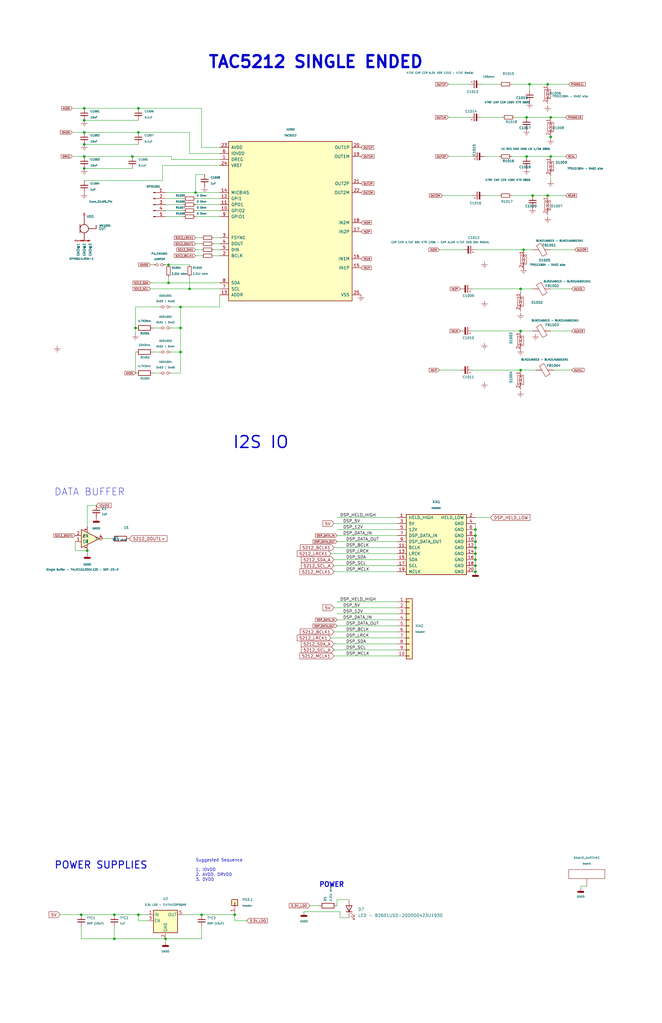
<source format=kicad_sch>
(kicad_sch (version 20231120) (generator "eeschema") (generator_version "8.0")
  (paper "USLedger" portrait)
  (junction (at 269.24 508))
  (junction (at 76.2 138.43))
  (junction (at 35.56 71.12))
  (junction (at 104.14 668.02))
  (junction (at 232.41 49.53))
  (junction (at 313.69 535.94))
  (junction (at 35.56 66.04))
  (junction (at 35.56 60.96))
  (junction (at 219.71 139.7))
  (junction (at 55.88 66.04))
  (junction (at 312.42 486.41))
  (junction (at 111.76 571.5))
  (junction (at 71.12 119.38))
  (junction (at 231.14 82.55))
  (junction (at 76.2 129.54))
  (junction (at 48.26 396.24))
  (junction (at 35.56 55.88))
  (junction (at 200.66 233.68))
  (junction (at 220.98 105.41))
  (junction (at 200.66 236.22))
  (junction (at 219.71 121.92))
  (junction (at 200.66 228.6))
  (junction (at 219.71 156.21))
  (junction (at 200.66 223.52))
  (junction (at 76.2 148.59))
  (junction (at 48.26 386.08))
  (junction (at 57.15 138.43))
  (junction (at 232.41 57.785))
  (junction (at 269.24 494.03))
  (junction (at 85.09 386.08))
  (junction (at 273.05 538.48))
  (junction (at 222.25 66.04))
  (junction (at 80.01 121.92))
  (junction (at 200.66 231.14))
  (junction (at 231.14 35.56))
  (junction (at 36.83 232.41))
  (junction (at 271.78 488.95))
  (junction (at 105.41 693.42))
  (junction (at 34.29 386.08))
  (junction (at 200.66 241.3))
  (junction (at 200.66 238.76))
  (junction (at 232.41 66.04))
  (junction (at 35.56 45.72))
  (junction (at 270.51 557.53))
  (junction (at 99.06 386.08))
  (junction (at 273.05 524.51))
  (junction (at 222.25 49.53))
  (junction (at 58.42 55.88))
  (junction (at 58.42 45.72))
  (junction (at 271.78 474.98))
  (junction (at 69.85 396.24))
  (junction (at 270.51 543.56))
  (junction (at 71.12 111.76))
  (junction (at 35.56 50.8))
  (junction (at 58.42 386.08))
  (junction (at 200.66 226.06))
  (junction (at 223.52 35.56))
  (junction (at 224.79 82.55))
  (junction (at 82.55 81.28))
  (wire (pts (xy 254 538.48) (xy 273.05 538.48)))
  (wire (pts (xy 77.47 386.08) (xy 85.09 386.08)))
  (wire (pts (xy 115.57 586.74) (xy 111.76 586.74)))
  (wire (pts (xy 104.14 675.64) (xy 104.14 668.02)))
  (wire (pts (xy 330.2 266.7) (xy 308.61 266.7)))
  (wire (pts (xy 76.2 129.54) (xy 72.39 129.54)))
  (wire (pts (xy 251.46 615.95) (xy 251.46 613.41)))
  (wire (pts (xy 273.05 508) (xy 273.05 491.49)))
  (wire (pts (xy 273.05 524.51) (xy 273.05 528.32)))
  (wire (pts (xy 284.48 474.98) (xy 285.75 474.98)))
  (wire (pts (xy 142.24 228.6) (xy 167.64 228.6)))
  (wire (pts (xy 271.78 474.98) (xy 280.67 474.98)))
  (wire (pts (xy 254 557.53) (xy 254 554.99)))
  (wire (pts (xy 231.14 35.56) (xy 240.03 35.56)))
  (wire (pts (xy 199.39 156.21) (xy 219.71 156.21)))
  (wire (pts (xy 64.77 138.43) (xy 67.31 138.43)))
  (wire (pts (xy 232.41 49.53) (xy 238.76 49.53)))
  (wire (pts (xy 203.2 49.53) (xy 212.09 49.53)))
  (wire (pts (xy 115.57 581.66) (xy 104.14 581.66)))
  (wire (pts (xy 57.15 148.59) (xy 57.15 157.48)))
  (wire (pts (xy 287.02 520.7) (xy 287.02 524.51)))
  (wire (pts (xy 143.51 387.35) (xy 147.32 387.35)))
  (wire (pts (xy 285.75 533.4) (xy 289.56 533.4)))
  (wire (pts (xy 99.06 386.08) (xy 99.06 388.62)))
  (wire (pts (xy 189.23 49.53) (xy 198.12 49.53)))
  (wire (pts (xy 105.41 701.04) (xy 105.41 693.42)))
  (wire (pts (xy 308.61 256.54) (xy 308.61 261.62)))
  (wire (pts (xy 224.79 105.41) (xy 220.98 105.41)))
  (wire (pts (xy 264.16 474.98) (xy 271.78 474.98)))
  (wire (pts (xy 274.32 541.02) (xy 289.56 541.02)))
  (wire (pts (xy 267.97 543.56) (xy 270.51 543.56)))
  (wire (pts (xy 281.94 535.94) (xy 281.94 524.51)))
  (wire (pts (xy 80.01 121.92) (xy 92.71 121.92)))
  (wire (pts (xy 251.46 613.41) (xy 267.97 613.41)))
  (wire (pts (xy 80.01 64.77) (xy 80.01 55.88)))
  (wire (pts (xy 142.24 264.16) (xy 167.64 264.16)))
  (wire (pts (xy 284.48 483.87) (xy 288.29 483.87)))
  (wire (pts (xy 80.01 116.84) (xy 80.01 121.92)))
  (wire (pts (xy 250.19 549.91) (xy 234.95 549.91)))
  (wire (pts (xy 57.15 138.43) (xy 57.15 129.54)))
  (wire (pts (xy 116.84 496.57) (xy 97.79 496.57)))
  (wire (pts (xy 224.79 530.86) (xy 224.79 534.67)))
  (wire (pts (xy 264.16 473.71) (xy 264.16 474.98)))
  (wire (pts (xy 140.97 238.76) (xy 167.64 238.76)))
  (wire (pts (xy 223.52 481.33) (xy 223.52 485.14)))
  (wire (pts (xy 241.3 156.21) (xy 233.68 156.21)))
  (wire (pts (xy 273.05 491.49) (xy 288.29 491.49)))
  (wire (pts (xy 142.24 223.52) (xy 167.64 223.52)))
  (wire (pts (xy 233.68 500.38) (xy 233.68 495.3)))
  (wire (pts (xy 63.5 111.76) (xy 64.77 111.76)))
  (wire (pts (xy 194.31 156.21) (xy 185.42 156.21)))
  (wire (pts (xy 140.97 266.7) (xy 167.64 266.7)))
  (wire (pts (xy 285.75 524.51) (xy 287.02 524.51)))
  (wire (pts (xy 243.84 594.36) (xy 264.795 594.36)))
  (wire (pts (xy 69.85 83.82) (xy 77.47 83.82)))
  (wire (pts (xy 273.05 524.51) (xy 281.94 524.51)))
  (wire (pts (xy 36.83 213.36) (xy 36.83 222.25)))
  (wire (pts (xy 217.17 49.53) (xy 222.25 49.53)))
  (wire (pts (xy 139.7 269.24) (xy 167.64 269.24)))
  (wire (pts (xy 233.68 530.86) (xy 233.68 527.05)))
  (wire (pts (xy 76.2 138.43) (xy 72.39 138.43)))
  (wire (pts (xy 233.68 527.05) (xy 234.95 527.05)))
  (wire (pts (xy 85.09 396.24) (xy 85.09 391.16)))
  (wire (pts (xy 259.08 605.79) (xy 259.08 615.95)))
  (wire (pts (xy 82.55 100.33) (xy 85.09 100.33)))
  (wire (pts (xy 308.61 264.16) (xy 347.98 264.16)))
  (wire (pts (xy 232.41 57.785) (xy 232.41 58.42)))
  (wire (pts (xy 35.56 76.2) (xy 68.58 76.2)))
  (wire (pts (xy 224.79 537.21) (xy 248.92 537.21)))
  (wire (pts (xy 274.32 557.53) (xy 274.32 541.02)))
  (wire (pts (xy 292.1 471.17) (xy 285.75 471.17)))
  (wire (pts (xy 76.2 148.59) (xy 72.39 148.59)))
  (wire (pts (xy 48.26 386.08) (xy 34.29 386.08)))
  (wire (pts (xy 90.17 105.41) (xy 92.71 105.41)))
  (wire (pts (xy 271.78 488.95) (xy 288.29 488.95)))
  (wire (pts (xy 116.84 488.95) (xy 106.68 488.95)))
  (wire (pts (xy 313.69 533.4) (xy 313.69 535.94)))
  (wire (pts (xy 140.97 271.78) (xy 167.64 271.78)))
  (wire (pts (xy 241.3 121.92) (xy 232.41 121.92)))
  (wire (pts (xy 140.97 256.54) (xy 167.64 256.54)))
  (wire (pts (xy 130.81 382.27) (xy 134.62 382.27)))
  (wire (pts (xy 236.22 610.87) (xy 243.84 610.87)))
  (wire (pts (xy 274.32 557.53) (xy 270.51 557.53)))
  (wire (pts (xy 265.43 524.51) (xy 273.05 524.51)))
  (wire (pts (xy 264.16 523.24) (xy 265.43 523.24)))
  (wire (pts (xy 143.51 384.81) (xy 143.51 387.35)))
  (wire (pts (xy 114.3 675.64) (xy 114.3 678.18)))
  (wire (pts (xy 200.66 228.6) (xy 200.66 231.14)))
  (wire (pts (xy 68.58 76.2) (xy 68.58 69.85)))
  (wire (pts (xy 69.85 111.76) (xy 71.12 111.76)))
  (wire (pts (xy 140.97 220.98) (xy 167.64 220.98)))
  (wire (pts (xy 31.75 228.6) (xy 31.75 232.41)))
  (wire (pts (xy 69.85 86.36) (xy 77.47 86.36)))
  (wire (pts (xy 271.78 474.98) (xy 271.78 478.79)))
  (wire (pts (xy 72.39 66.04) (xy 55.88 66.04)))
  (wire (pts (xy 231.14 82.55) (xy 238.76 82.55)))
  (wire (pts (xy 200.66 105.41) (xy 220.98 105.41)))
  (wire (pts (xy 233.68 530.86) (xy 224.79 530.86)))
  (wire (pts (xy 204.47 82.55) (xy 210.82 82.55)))
  (wire (pts (xy 82.55 91.44) (xy 92.71 91.44)))
  (wire (pts (xy 248.92 533.4) (xy 250.19 533.4)))
  (wire (pts (xy 115.57 574.04) (xy 104.14 574.04)))
  (wire (pts (xy 273.05 508) (xy 269.24 508)))
  (wire (pts (xy 203.2 35.56) (xy 210.82 35.56)))
  (wire (pts (xy 116.84 501.65) (xy 106.68 501.65)))
  (wire (pts (xy 215.9 35.56) (xy 223.52 35.56)))
  (wire (pts (xy 35.56 45.72) (xy 58.42 45.72)))
  (wire (pts (xy 308.61 256.54) (xy 331.47 256.54)))
  (wire (pts (xy 139.7 233.68) (xy 167.64 233.68)))
  (wire (pts (xy 232.41 477.52) (xy 233.68 477.52)))
  (wire (pts (xy 142.24 254) (xy 167.64 254)))
  (wire (pts (xy 58.42 386.08) (xy 48.26 386.08)))
  (wire (pts (xy 68.58 69.85) (xy 92.71 69.85)))
  (wire (pts (xy 142.24 382.27) (xy 142.24 379.73)))
  (wire (pts (xy 269.24 505.46) (xy 269.24 508)))
  (wire (pts (xy 76.2 129.54) (xy 92.71 129.54)))
  (wire (pts (xy 200.66 218.44) (xy 207.01 218.44)))
  (wire (pts (xy 232.41 57.15) (xy 232.41 57.785)))
  (wire (pts (xy 69.85 397.51) (xy 69.85 396.24)))
  (wire (pts (xy 107.95 601.98) (xy 104.14 601.98)))
  (wire (pts (xy 96.52 668.02) (xy 104.14 668.02)))
  (wire (pts (xy 142.24 218.44) (xy 167.64 218.44)))
  (wire (pts (xy 189.23 35.56) (xy 198.12 35.56)))
  (wire (pts (xy 200.66 220.98) (xy 200.66 223.52)))
  (wire (pts (xy 34.29 391.16) (xy 34.29 396.24)))
  (wire (pts (xy 222.25 49.53) (xy 232.41 49.53)))
  (wire (pts (xy 57.15 129.54) (xy 67.31 129.54)))
  (wire (pts (xy 222.25 66.04) (xy 232.41 66.04)))
  (wire (pts (xy 69.85 81.28) (xy 82.55 81.28)))
  (wire (pts (xy 223.52 487.68) (xy 247.65 487.68)))
  (wire (pts (xy 200.66 231.14) (xy 200.66 233.68)))
  (wire (pts (xy 142.24 379.73) (xy 147.32 379.73)))
  (wire (pts (xy 82.55 105.41) (xy 85.09 105.41)))
  (wire (pts (xy 266.7 494.03) (xy 269.24 494.03)))
  (wire (pts (xy 224.79 121.92) (xy 219.71 121.92)))
  (wire (pts (xy 69.85 396.24) (xy 85.09 396.24)))
  (wire (pts (xy 140.97 231.14) (xy 167.64 231.14)))
  (wire (pts (xy 215.9 66.04) (xy 222.25 66.04)))
  (wire (pts (xy 111.76 586.74) (xy 111.76 571.5)))
  (wire (pts (xy 269.24 494.03) (xy 269.24 497.84)))
  (wire (pts (xy 252.73 508) (xy 269.24 508)))
  (wire (pts (xy 215.9 82.55) (xy 224.79 82.55)))
  (wire (pts (xy 259.08 615.95) (xy 267.97 615.95)))
  (wire (pts (xy 99.06 388.62) (xy 104.14 388.62)))
  (wire (pts (xy 248.92 500.38) (xy 233.68 500.38)))
  (wire (pts (xy 140.97 276.86) (xy 167.64 276.86)))
  (wire (pts (xy 69.85 91.44) (xy 77.47 91.44)))
  (wire (pts (xy 270.51 543.56) (xy 289.56 543.56)))
  (wire (pts (xy 309.88 279.4) (xy 309.88 269.24)))
  (wire (pts (xy 186.69 82.55) (xy 199.39 82.55)))
  (wire (pts (xy 140.97 274.32) (xy 167.64 274.32)))
  (wire (pts (xy 232.41 481.33) (xy 232.41 477.52)))
  (wire (pts (xy 92.71 67.31) (xy 72.39 67.31)))
  (wire (pts (xy 273.05 535.94) (xy 273.05 538.48)))
  (wire (pts (xy 104.14 668.02) (xy 106.68 668.02)))
  (wire (pts (xy 128.27 384.81) (xy 143.51 384.81)))
  (wire (pts (xy 234.95 544.83) (xy 224.79 544.83)))
  (wire (pts (xy 200.66 241.3) (xy 200.66 238.76)))
  (wire (pts (xy 82.55 88.9) (xy 92.71 88.9)))
  (wire (pts (xy 48.26 391.16) (xy 48.26 396.24)))
  (wire (pts (xy 63.5 119.38) (xy 71.12 119.38)))
  (wire (pts (xy 293.37 520.7) (xy 287.02 520.7)))
  (wire (pts (xy 262.89 473.71) (xy 264.16 473.71)))
  (wire (pts (xy 82.55 107.95) (xy 85.09 107.95)))
  (wire (pts (xy 82.55 73.66) (xy 82.55 81.28)))
  (wire (pts (xy 224.79 82.55) (xy 231.14 82.55)))
  (wire (pts (xy 111.76 571.5) (xy 102.87 571.5)))
  (wire (pts (xy 72.39 67.31) (xy 72.39 66.04)))
  (wire (pts (xy 92.71 64.77) (xy 80.01 64.77)))
  (wire (pts (xy 247.65 483.87) (xy 248.92 483.87)))
  (wire (pts (xy 30.48 55.88) (xy 35.56 55.88)))
  (wire (pts (xy 270.51 554.99) (xy 270.51 557.53)))
  (wire (pts (xy 232.41 66.04) (xy 238.76 66.04)))
  (wire (pts (xy 309.88 279.4) (xy 318.77 279.4)))
  (wire (pts (xy 90.17 100.33) (xy 92.71 100.33)))
  (wire (pts (xy 223.52 38.1) (xy 223.52 35.56)))
  (wire (pts (xy 64.77 148.59) (xy 67.31 148.59)))
  (wire (pts (xy 76.2 157.48) (xy 72.39 157.48)))
  (wire (pts (xy 36.83 233.68) (xy 36.83 232.41)))
  (wire (pts (xy 69.85 88.9) (xy 77.47 88.9)))
  (wire (pts (xy 200.66 223.52) (xy 200.66 226.06)))
  (wire (pts (xy 115.57 571.5) (xy 111.76 571.5)))
  (wire (pts (xy 76.2 129.54) (xy 76.2 138.43)))
  (wire (pts (xy 71.12 119.38) (xy 92.71 119.38)))
  (wire (pts (xy 46.99 227.33) (xy 43.18 227.33)))
  (wire (pts (xy 35.56 66.04) (xy 55.88 66.04)))
  (wire (pts (xy 312.42 483.87) (xy 312.42 486.41)))
  (wire (pts (xy 35.56 71.12) (xy 55.88 71.12)))
  (wire (pts (xy 96.52 693.42) (xy 105.41 693.42)))
  (wire (pts (xy 142.24 261.62) (xy 167.64 261.62)))
  (wire (pts (xy 82.55 86.36) (xy 92.71 86.36)))
  (wire (pts (xy 269.24 494.03) (xy 288.29 494.03)))
  (wire (pts (xy 115.57 601.98) (xy 113.03 601.98)))
  (wire (pts (xy 76.2 148.59) (xy 76.2 157.48)))
  (wire (pts (xy 273.05 538.48) (xy 289.56 538.48)))
  (wire (pts (xy 115.57 589.28) (xy 104.14 589.28)))
  (wire (pts (xy 35.56 50.8) (xy 58.42 50.8)))
  (wire (pts (xy 30.48 45.72) (xy 35.56 45.72)))
  (wire (pts (xy 204.47 66.04) (xy 210.82 66.04)))
  (wire (pts (xy 234.95 549.91) (xy 234.95 544.83)))
  (wire (pts (xy 270.51 543.56) (xy 270.51 547.37)))
  (wire (pts (xy 284.48 474.98) (xy 284.48 483.87)))
  (wire (pts (xy 265.43 523.24) (xy 265.43 524.51)))
  (wire (pts (xy 219.71 123.19) (xy 219.71 121.92)))
  (wire (pts (xy 248.92 533.4) (xy 248.92 537.21)))
  (wire (pts (xy 34.29 396.24) (xy 48.26 396.24)))
  (wire (pts (xy 58.42 55.88) (xy 80.01 55.88)))
  (wire (pts (xy 48.26 396.24) (xy 69.85 396.24)))
  (wire (pts (xy 200.66 236.22) (xy 200.66 238.76)))
  (wire (pts (xy 82.55 102.87) (xy 85.09 102.87)))
  (wire (pts (xy 64.77 157.48) (xy 67.31 157.48)))
  (wire (pts (xy 86.36 73.66) (xy 82.55 73.66)))
  (wire (pts (xy 85.09 386.08) (xy 99.06 386.08)))
  (wire (pts (xy 200.66 226.06) (xy 200.66 228.6)))
  (wire (pts (xy 92.71 124.46) (xy 92.71 129.54)))
  (wire (pts (xy 40.64 213.36) (xy 36.83 213.36)))
  (wire (pts (xy 31.75 232.41) (xy 36.83 232.41)))
  (wire (pts (xy 271.78 486.41) (xy 271.78 488.95)))
  (wire (pts (xy 82.55 83.82) (xy 92.71 83.82)))
  (wire (pts (xy 247.65 374.015) (xy 245.11 374.015)))
  (wire (pts (xy 85.09 62.23) (xy 92.71 62.23)))
  (wire (pts (xy 90.17 107.95) (xy 92.71 107.95)))
  (wire (pts (xy 35.56 60.96) (xy 58.42 60.96)))
  (wire (pts (xy 280.67 486.41) (xy 288.29 486.41)))
  (wire (pts (xy 330.2 273.05) (xy 330.2 266.7)))
  (wire (pts (xy 57.15 140.97) (xy 57.15 138.43)))
  (wire (pts (xy 58.42 45.72) (xy 85.09 45.72)))
  (wire (pts (xy 245.11 374.015) (xy 245.11 374.65)))
  (wire (pts (xy 115.57 594.36) (xy 104.14 594.36)))
  (wire (pts (xy 76.2 138.43) (xy 76.2 148.59)))
  (wire (pts (xy 285.75 524.51) (xy 285.75 533.4)))
  (wire (pts (xy 199.39 121.92) (xy 219.71 121.92)))
  (wire (pts (xy 339.09 273.05) (xy 330.2 273.05)))
  (wire (pts (xy 236.22 615.95) (xy 251.46 615.95)))
  (wire (pts (xy 71.12 111.76) (xy 80.01 111.76)))
  (wire (pts (xy 189.23 66.04) (xy 199.39 66.04)))
  (wire (pts (xy 241.3 594.36) (xy 233.68 594.36)))
  (wire (pts (xy 30.48 66.04) (xy 35.56 66.04)))
  (wire (pts (xy 243.84 610.87) (xy 243.84 605.79)))
  (wire (pts (xy 195.58 105.41) (xy 185.42 105.41)))
  (wire (pts (xy 25.4 386.08) (xy 34.29 386.08)))
  (wire (pts (xy 280.67 486.41) (xy 280.67 474.98)))
  (wire (pts (xy 251.46 586.74) (xy 264.16 586.74)))
  (wire (pts (xy 90.17 102.87) (xy 92.71 102.87)))
  (wire (pts (xy 82.55 81.28) (xy 92.71 81.28)))
  (wire (pts (xy 242.57 105.41) (xy 232.41 105.41)))
  (wire (pts (xy 140.97 241.3) (xy 167.64 241.3)))
  (wire (pts (xy 281.94 535.94) (xy 289.56 535.94)))
  (wire (pts (xy 223.52 35.56) (xy 231.14 35.56)))
  (wire (pts (xy 35.56 55.88) (xy 58.42 55.88)))
  (wire (pts (xy 105.41 693.42) (xy 107.95 693.42)))
  (wire (pts (xy 142.24 259.08) (xy 167.64 259.08)))
  (wire (pts (xy 62.23 386.08) (xy 58.42 386.08)))
  (wire (pts (xy 309.88 269.24) (xy 308.61 269.24)))
  (wire (pts (xy 219.71 139.7) (xy 224.79 139.7)))
  (wire (pts (xy 142.24 226.06) (xy 167.64 226.06)))
  (wire (pts (xy 85.09 45.72) (xy 85.09 62.23)))
  (wire (pts (xy 233.68 495.3) (xy 223.52 495.3)))
  (wire (pts (xy 58.42 388.62) (xy 58.42 386.08)))
  (wire (pts (xy 241.3 139.7) (xy 232.41 139.7)))
  (wire (pts (xy 254 557.53) (xy 270.51 557.53)))
  (wire (pts (xy 63.5 121.92) (xy 80.01 121.92)))
  (wire (pts (xy 285.75 471.17) (xy 285.75 474.98)))
  (wire (pts (xy 252.73 508) (xy 252.73 505.46)))
  (wire (pts (xy 232.41 74.93) (xy 232.41 76.2)))
  (wire (pts (xy 199.39 139.7) (xy 219.71 139.7)))
  (wire (pts (xy 232.41 481.33) (xy 223.52 481.33)))
  (wire (pts (xy 252.73 488.95) (xy 271.78 488.95)))
  (wire (pts (xy 71.12 116.84) (xy 71.12 119.38)))
  (wire (pts (xy 226.06 156.21) (xy 219.71 156.21)))
  (wire (pts (xy 102.87 571.5) (xy 102.87 565.15)))
  (wire (pts (xy 140.97 236.22) (xy 167.64 236.22)))
  (wire (pts (xy 91.44 565.15) (xy 102.87 565.15)))
  (wire (pts (xy 200.66 233.68) (xy 200.66 236.22)))
  (wire (pts (xy 115.57 703.58) (xy 115.57 701.04)))
  (wire (pts (xy 62.23 388.62) (xy 58.42 388.62)))
  (wire (pts (xy 247.65 483.87) (xy 247.65 487.68)))
  (text "I2C/i2S BYPASS" (at 299.72 251.46 0) (effects (font (size 2.0066 2.0066) (thickness 0.4013) (bold yes)) (justify left bottom)))
  (text "LINE IN" (at 143.51 524.51 0) (effects (font (size 3 3) (thickness 0.6) (bold yes)) (justify left bottom)))
  (text "LINE IN (BOTTOM)" (at 133.35 593.09 0) (effects (font (size 3 3) (thickness 0.6) (bold yes)) (justify left bottom)))
  (text "POWER SUPPLIES" (at 22.86 367.03 0) (effects (font (size 3 3) (thickness 0.4013) (bold yes)) (justify left bottom)))
  (text "3.5MM IO" (at 100.33 553.72 0) (effects (font (size 5 5) (thickness 0.6) (bold yes)) (justify left bottom)))
  (text "LINE OUT (TOP)" (at 132.08 579.12 0) (effects (font (size 3 3) (thickness 0.6) (bold yes)) (justify left bottom)))
  (text "https://ez.analog.com/dsp/sigmadsp/w/documents/5213/faq-what-types-of-capacitors-are-good-to-use-in-the-analog-audio-signal-path" (at 23.114 442.214 0) (effects (font (size 1.27 1.27)) (justify left bottom)))
  (text "TLV320AIC3105 Audio Board" (at 44.45 -162.56 0) (effects (font (size 10 10) (thickness 0.6) (bold yes)) (justify left bottom)))
  (text "DATA BUFFER" (at 22.86 209.55 0) (effects (font (size 3 3)) (justify left bottom)))
  (text "Suggested Sequence\n\n1. IOVDD\n2. AVDD, DRVDD\n3. DVDD" (at 82.55 372.11 0) (effects (font (size 1.27 1.27)) (justify left bottom)))
  (text "TAC5212 SINGLE ENDED" (at 87.63 29.21 0) (effects (font (size 5 5) (thickness 1) (bold yes)) (justify left bottom)))
  (text "POWER" (at 134.62 374.65 0) (effects (font (size 2.0066 2.0066) (thickness 0.4013) (bold yes)) (justify left bottom)))
  (text "I2S IO" (at 98.044 189.738 0) (effects (font (size 5 5) (thickness 0.6) (bold yes)) (justify left bottom)))
  (text "RCA IO" (at 97.79 471.17 0) (effects (font (size 5 5) (thickness 0.6) (bold yes)) (justify left bottom)))
  (text "LINE OUT" (at 144.78 496.57 0) (effects (font (size 3 3) (thickness 0.6) (bold yes)) (justify left bottom)))
  (text "XLR OUT" (at 96.52 654.05 0) (effects (font (size 5 5) (thickness 0.6) (bold yes)) (justify left bottom)))
  (label "DSP_SCL" (at 146.05 238.76 0))
  (label "DSP_LRCK" (at 146.05 269.24 0))
  (label "DSP_12V" (at 144.78 259.08 0))
  (label "DSP_SDA" (at 146.05 236.22 0))
  (label "DSP_SDA" (at 146.05 271.78 0))
  (label "DSP_BCLK" (at 146.05 231.14 0))
  (label "DSP_DATA_IN" (at 144.78 226.06 0))
  (label "DSP_DATA_OUT" (at 146.05 228.6 0))
  (label "DSP_BCLK" (at 146.05 266.7 0))
  (label "DSP_SCL" (at 146.05 274.32 0))
  (label "DSP_5V" (at 144.78 220.98 0))
  (label "DSP_HELD_HIGH" (at 143.51 218.44 0))
  (label "DSP_5V" (at 144.78 256.54 0))
  (label "DSP_12V" (at 144.78 223.52 0))
  (label "DSP_LRCK" (at 146.05 233.68 0))
  (label "DSP_MCLK" (at 146.05 241.3 0))
  (label "DSP_DATA_OUT" (at 146.05 264.16 0))
  (label "DSP_DATA_IN" (at 144.78 261.62 0))
  (label "DSP_MCLK" (at 146.05 276.86 0))
  (label "DSP_HELD_HIGH" (at 143.51 254 0))
  (global_label "5V" (shape input) (at 25.4 386.08 180) (property "Intersheetrefs" "${INTERSHEET_REFS}" (effects (hide yes))))
  (global_label "AUX2L" (shape input) (at 46.99 588.01 180) (effects (font (size 0.8 0.8))) (property "Intersheetrefs" "${INTERSHEET_REFS}" (effects (hide yes))))
  (global_label "AUX1L" (shape input) (at -43.18 595.63 180) (effects (font (size 0.8 0.8))) (property "Intersheetrefs" "${INTERSHEET_REFS}" (effects (hide yes))))
  (global_label "OUTPUT_2-" (shape input) (at 252.73 478.79 180) (property "Intersheetrefs" "${INTERSHEET_REFS}" (effects (hide yes))))
  (global_label "PHONE1L" (shape input) (at 240.03 35.56 0) (effects (font (size 0.8 0.8))) (property "Intersheetrefs" "${INTERSHEET_REFS}" (effects (hide yes))))
  (global_label "OUT2M" (shape input) (at 186.69 82.55 180) (effects (font (size 0.8 0.8))) (property "Intersheetrefs" "${INTERSHEET_REFS}" (effects (hide yes))))
  (global_label "OUT2P" (shape input) (at 152.4 77.47 0) (effects (font (size 0.8 0.8))) (property "Intersheetrefs" "${INTERSHEET_REFS}" (effects (hide yes))))
  (global_label "5212_DOUT1" (shape input) (at 31.75 226.06 180) (effects (font (size 0.8 0.8))) (property "Intersheetrefs" "${INTERSHEET_REFS}" (effects (hide yes))))
  (global_label "LIN2LS" (shape input) (at 115.57 596.9 180) (effects (font (size 1.524 1.524))) (property "Intersheetrefs" "${INTERSHEET_REFS}" (effects (hide yes))))
  (global_label "AUX2L" (shape input) (at -33.02 626.11 180) (effects (font (size 0.8 0.8))) (property "Intersheetrefs" "${INTERSHEET_REFS}" (effects (hide yes))))
  (global_label "AUX1L" (shape input) (at 241.3 156.21 0) (effects (font (size 0.8 0.8))) (property "Intersheetrefs" "${INTERSHEET_REFS}" (effects (hide yes))))
  (global_label "AUX1R" (shape input) (at -15.24 599.44 180) (effects (font (size 0.8 0.8))) (property "Intersheetrefs" "${INTERSHEET_REFS}" (effects (hide yes))))
  (global_label "OUTPUT_2+" (shape input) (at 254 544.83 180) (property "Intersheetrefs" "${INTERSHEET_REFS}" (effects (hide yes))))
  (global_label "5212_SDA" (shape input) (at 63.5 119.38 180) (effects (font (size 0.8 0.8))) (property "Intersheetrefs" "${INTERSHEET_REFS}" (effects (hide yes))))
  (global_label "AVDD" (shape input) (at 30.48 45.72 180) (effects (font (size 0.8 0.8))) (property "Intersheetrefs" "${INTERSHEET_REFS}" (effects (hide yes))))
  (global_label "HPRIGHTB" (shape input) (at 264.16 523.24 180) (property "Intersheetrefs" "${INTERSHEET_REFS}" (effects (hide yes))))
  (global_label "5212_BCLK1" (shape input) (at 140.97 231.14 180) (property "Intersheetrefs" "${INTERSHEET_REFS}" (effects (hide yes))))
  (global_label "5212_DIN1" (shape input) (at 344.17 269.24 180) (effects (font (size 0.8 0.8))) (property "Intersheetrefs" "${INTERSHEET_REFS}" (effects (hide yes))))
  (global_label "AUX1R" (shape input) (at 46.99 595.63 180) (effects (font (size 0.8 0.8))) (property "Intersheetrefs" "${INTERSHEET_REFS}" (effects (hide yes))))
  (global_label "IN1P" (shape input) (at 152.4 113.03 0) (effects (font (size 0.8 0.8))) (property "Intersheetrefs" "${INTERSHEET_REFS}" (effects (hide yes))))
  (global_label "HPRIGHT" (shape input) (at 326.39 535.94 0) (property "Intersheetrefs" "${INTERSHEET_REFS}" (effects (hide yes))))
  (global_label "AUX2R" (shape input) (at -15.24 594.36 180) (effects (font (size 0.8 0.8))) (property "Intersheetrefs" "${INTERSHEET_REFS}" (effects (hide yes))))
  (global_label "LEFT_LOM" (shape input) (at 114.3 678.18 0) (effects (font (size 1.524 1.524))) (property "Intersheetrefs" "${INTERSHEET_REFS}" (effects (hide yes))))
  (global_label "AUX2R" (shape input) (at 46.99 590.55 180) (effects (font (size 0.8 0.8))) (property "Intersheetrefs" "${INTERSHEET_REFS}" (effects (hide yes))))
  (global_label "AUX1L" (shape input) (at 46.99 593.09 180) (effects (font (size 0.8 0.8))) (property "Intersheetrefs" "${INTERSHEET_REFS}" (effects (hide yes))))
  (global_label "AUX2L" (shape input) (at 115.57 524.51 180) (effects (font (size 0.8 0.8))) (property "Intersheetrefs" "${INTERSHEET_REFS}" (effects (hide yes))))
  (global_label "AUX2L" (shape input) (at -15.24 591.82 180) (effects (font (size 0.8 0.8))) (property "Intersheetrefs" "${INTERSHEET_REFS}" (effects (hide yes))))
  (global_label "AUX1L" (shape input) (at -15.24 596.9 180) (effects (font (size 0.8 0.8))) (property "Intersheetrefs" "${INTERSHEET_REFS}" (effects (hide yes))))
  (global_label "5212_SCL" (shape input) (at 336.55 252.73 180) (effects (font (size 0.8 0.8))) (property "Intersheetrefs" "${INTERSHEET_REFS}" (effects (hide yes))))
  (global_label "OUT1P" (shape input) (at 152.4 62.23 0) (effects (font (size 0.8 0.8))) (property "Intersheetrefs" "${INTERSHEET_REFS}" (effects (hide yes))))
  (global_label "5212_LRCK1" (shape input) (at 139.7 233.68 180) (property "Intersheetrefs" "${INTERSHEET_REFS}" (effects (hide yes))))
  (global_label "RCAL" (shape input) (at 238.76 66.04 0) (effects (font (size 0.8 0.8))) (property "Intersheetrefs" "${INTERSHEET_REFS}" (effects (hide yes))))
  (global_label "HPLEFTB" (shape input) (at 267.97 543.56 180) (property "Intersheetrefs" "${INTERSHEET_REFS}" (effects (hide yes))))
  (global_label "PHONE1L" (shape input) (at -15.24 581.66 180) (effects (font (size 0.8 0.8))) (property "Intersheetrefs" "${INTERSHEET_REFS}" (effects (hide yes))))
  (global_label "IN1P" (shape input) (at 185.42 156.21 180) (effects (font (size 0.8 0.8))) (property "Intersheetrefs" "${INTERSHEET_REFS}" (effects (hide yes))))
  (global_label "5212_DOUT1" (shape input) (at 82.55 102.87 180) (effects (font (size 0.8 0.8))) (property "Intersheetrefs" "${INTERSHEET_REFS}" (effects (hide yes))))
  (global_label "AUX2R" (shape input) (at 115.57 516.89 180) (effects (font (size 0.8 0.8))) (property "Intersheetrefs" "${INTERSHEET_REFS}" (effects (hide yes))))
  (global_label "RCAL" (shape input) (at -33.02 621.03 180) (effects (font (size 0.8 0.8))) (property "Intersheetrefs" "${INTERSHEET_REFS}" (effects (hide yes))))
  (global_label "AUX2R" (shape input) (at -43.18 593.09 180) (effects (font (size 0.8 0.8))) (property "Intersheetrefs" "${INTERSHEET_REFS}" (effects (hide yes))))
  (global_label "DREG" (shape input) (at 30.48 66.04 180) (effects (font (size 0.8 0.8))) (property "Intersheetrefs" "${INTERSHEET_REFS}" (effects (hide yes))))
  (global_label "5212_BCLK1" (shape input) (at 82.55 107.95 180) (effects (font (size 0.8 0.8))) (property "Intersheetrefs" "${INTERSHEET_REFS}" (effects (hide yes))))
  (global_label "3.3V_LDO" (shape input) (at 130.81 382.27 180) (effects (font (size 1 1))) (property "Intersheetrefs" "${INTERSHEET_REFS}" (effects (hide yes))))
  (global_label "OUT1M" (shape input) (at 189.23 49.53 180) (effects (font (size 0.8 0.8))) (property "Intersheetrefs" "${INTERSHEET_REFS}" (effects (hide yes))))
  (global_label "RCAL" (shape input) (at -15.24 586.74 180) (effects (font (size 0.8 0.8))) (property "Intersheetrefs" "${INTERSHEET_REFS}" (effects (hide yes))))
  (global_label "LEFT_LOP" (shape input) (at 121.92 668.02 0) (effects (font (size 1.524 1.524))) (property "Intersheetrefs" "${INTERSHEET_REFS}" (effects (hide yes))))
  (global_label "OUTPUT_2+" (shape input) (at 252.73 495.3 180) (property "Intersheetrefs" "${INTERSHEET_REFS}" (effects (hide yes))))
  (global_label "RCAR" (shape input) (at 238.76 82.55 0) (effects (font (size 0.8 0.8))) (property "Intersheetrefs" "${INTERSHEET_REFS}" (effects (hide yes))))
  (global_label "5212_LRCK1" (shape input) (at 82.55 100.33 180) (effects (font (size 0.8 0.8))) (property "Intersheetrefs" "${INTERSHEET_REFS}" (effects (hide yes))))
  (global_label "RIGHT_LOM" (shape input) (at 115.57 703.58 0) (effects (font (size 1.524 1.524))) (property "Intersheetrefs" "${INTERSHEET_REFS}" (effects (hide yes))))
  (global_label "PHONE1L" (shape input) (at 104.14 581.66 180) (effects (font (size 0.8 0.8))) (property "Intersheetrefs" "${INTERSHEET_REFS}" (effects (hide yes))))
  (global_label "RCAR" (shape input) (at -33.02 623.57 180) (effects (font (size 0.8 0.8))) (property "Intersheetrefs" "${INTERSHEET_REFS}" (effects (hide yes))))
  (global_label "PHONE1L" (shape input) (at 46.99 577.85 180) (effects (font (size 0.8 0.8))) (property "Intersheetrefs" "${INTERSHEET_REFS}" (effects (hide yes))))
  (global_label "5212_SDA_A" (shape input) (at 140.97 271.78 180) (property "Intersheetrefs" "${INTERSHEET_REFS}" (effects (hide yes))))
  (global_label "OUT2P" (shape input) (at 189.23 66.04 180) (effects (font (size 0.8 0.8))) (property "Intersheetrefs" "${INTERSHEET_REFS}" (effects (hide yes))))
  (global_label "5212_MCLK1" (shape input) (at 140.97 241.3 180) (property "Intersheetrefs" "${INTERSHEET_REFS}" (effects (hide yes))))
  (global_label "IN2M" (shape input) (at 185.42 105.41 180) (effects (font (size 0.8 0.8))) (property "Intersheetrefs" "${INTERSHEET_REFS}" (effects (hide yes))))
  (global_label "DSP_SDA" (shape input) (at 358.14 264.16 0) (effects (font (size 0.8 0.8))) (property "Intersheetrefs" "${INTERSHEET_REFS}" (effects (hide yes))))
  (global_label "5212_SCL_A" (shape input) (at 140.97 238.76 180) (property "Intersheetrefs" "${INTERSHEET_REFS}" (effects (hide yes))))
  (global_label "DSP_DATA_IN" (shape input) (at 328.93 279.4 0) (effects (font (size 0.8 0.8))) (property "Intersheetrefs" "${INTERSHEET_REFS}" (effects (hide yes))))
  (global_label "AUX1R" (shape input) (at 104.14 589.28 180) (effects (font (size 0.8 0.8))) (property "Intersheetrefs" "${INTERSHEET_REFS}" (effects (hide yes))))
  (global_label "DSP_DATA_OUT" (shape input) (at 142.24 264.16 180) (effects (font (size 0.8 0.8))) (property "Intersheetrefs" "${INTERSHEET_REFS}" (effects (hide yes))))
  (global_label "5212_DOUT1+" (shape input) (at 54.61 227.33 0) (property "Intersheetrefs" "${INTERSHEET_REFS}" (effects (hide yes))))
  (global_label "LINE2M" (shape input) (at 267.97 615.95 0) (property "Intersheetrefs" "${INTERSHEET_REFS}" (effects (hide yes))))
  (global_label "HPRIGHTB" (shape input) (at 262.89 473.71 180) (property "Intersheetrefs" "${INTERSHEET_REFS}" (effects (hide yes))))
  (global_label "OUT1M" (shape input) (at 152.4 66.04 0) (effects (font (size 0.8 0.8))) (property "Intersheetrefs" "${INTERSHEET_REFS}" (effects (hide yes))))
  (global_label "RCAR" (shape input) (at 101.6 485.14 180) (effects (font (size 0.8 0.8))) (property "Intersheetrefs" "${INTERSHEET_REFS}" (effects (hide yes))))
  (global_label "IN2P" (shape input) (at 152.4 97.79 0) (effects (font (size 0.8 0.8))) (property "Intersheetrefs" "${INTERSHEET_REFS}" (effects (hide yes))))
  (global_label "5V" (shape input) (at 140.97 256.54 180) (property "Intersheetrefs" "${INTERSHEET_REFS}" (effects (hide yes))))
  (global_label "5212_DIN1" (shape input) (at 82.55 105.41 180) (effects (font (size 0.8 0.8))) (property "Intersheetrefs" "${INTERSHEET_REFS}" (effects (hide yes))))
  (global_label "5212_MCLK1" (shape input) (at 140.97 276.86 180) (property "Intersheetrefs" "${INTERSHEET_REFS}" (effects (hide yes))))
  (global_label "RCAL" (shape input) (at -43.18 585.47 180) (effects (font (size 0.8 0.8))) (property "Intersheetrefs" "${INTERSHEET_REFS}" (effects (hide yes))))
  (global_label "OUT1P" (shape input) (at 189.23 35.56 180) (effects (font (size 0.8 0.8))) (property "Intersheetrefs" "${INTERSHEET_REFS}" (effects (hide yes))))
  (global_label "PHONE1R" (shape input) (at 104.14 574.04 180) (effects (font (size 0.8 0.8))) (property "Intersheetrefs" "${INTERSHEET_REFS}" (effects (hide yes))))
  (global_label "AVDD" (shape input) (at 57.15 157.48 180) (effects (font (size 0.8 0.8))) (property "Intersheetrefs" "${INTERSHEET_REFS}" (effects (hide yes))))
  (global_label "AUX2R" (shape input) (at -33.02 628.65 180) (effects (font (size 0.8 0.8))) (property "Intersheetrefs" "${INTERSHEET_REFS}" (effects (hide yes))))
  (global_label "RIGHT_LOP" (shape input) (at 123.19 693.42 0) (effects (font (size 1.524 1.524))) (property "Intersheetrefs" "${INTERSHEET_REFS}" (effects (hide yes))))
  (global_label "AUX1R" (shape input) (at -33.02 633.73 180) (effects (font (size 0.8 0.8))) (property "Intersheetrefs" "${INTERSHEET_REFS}" (effects (hide yes))))
  (global_label "AUX1L" (shape input) (at -33.02 631.19 180) (effects (font (size 0.8 0.8))) (property "Intersheetrefs" "${INTERSHEET_REFS}" (effects (hide yes))))
  (global_label "AUX1L" (shape input) (at 104.14 594.36 180) (effects (font (size 0.8 0.8))) (property "Intersheetrefs" "${INTERSHEET_REFS}" (effects (hide yes))))
  (global_label "IOVDD" (shape input) (at 40.64 213.36 0) (effects (font (size 1 1))) (property "Intersheetrefs" "${INTERSHEET_REFS}" (effects (hide yes))))
  (global_label "5212_SDA" (shape input) (at 353.06 260.35 180) (effects (font (size 0.8 0.8))) (property "Intersheetrefs" "${INTERSHEET_REFS}" (effects (hide yes))))
  (global_label "5212_BCLK1" (shape input) (at 140.97 266.7 180) (property "Intersheetrefs" "${INTERSHEET_REFS}" (effects (hide yes))))
  (global_label "IOVDD" (shape input) (at 30.48 55.88 180) (effects (font (size 0.8 0.8))) (property "Intersheetrefs" "${INTERSHEET_REFS}" (effects (hide yes))))
  (global_label "DSP_HELD_LOW" (shape input) (at 207.01 218.44 0) (property "Intersheetrefs" "${INTERSHEET_REFS}" (effects (hide yes))))
  (global_label "LINE2P" (shape input) (at 267.97 613.41 0) (property "Intersheetrefs" "${INTERSHEET_REFS}" (effects (hide yes))))
  (global_label "AUX1R" (shape input) (at -43.18 598.17 180) (effects (font (size 0.8 0.8))) (property "Intersheetrefs" "${INTERSHEET_REFS}" (effects (hide yes))))
  (global_label "LIN2RS" (shape input) (at 115.57 591.82 180) (effects (font (size 1.524 1.524))) (property "Intersheetrefs" "${INTERSHEET_REFS}" (effects (hide yes))))
  (global_label "5212_LRCK1" (shape input) (at 139.7 269.24 180) (property "Intersheetrefs" "${INTERSHEET_REFS}" (effects (hide yes))))
  (global_label "IN2P" (shape input) (at 194.31 121.92 180) (effects (font (size 0.8 0.8))) (property "Intersheetrefs" "${INTERSHEET_REFS}" (effects (hide yes))))
  (global_label "5212_DOUT1+" (shape input) (at 323.85 275.59 180) (effects (font (size 0.8 0.8))) (property "Intersheetrefs" "${INTERSHEET_REFS}" (effects (hide yes))))
  (global_label "DSP_DATA_OUT" (shape input) (at 349.25 273.05 0) (effects (font (size 0.8 0.8))) (property "Intersheetrefs" "${INTERSHEET_REFS}" (effects (hide yes))))
  (global_label "HPLEFT" (shape input) (at 326.39 533.4 0) (property "Intersheetrefs" "${INTERSHEET_REFS}" (effects (hide yes))))
  (global_label "RCAR" (shape input) (at -43.18 588.01 180) (effects (font (size 0.8 0.8))) (property "Intersheetrefs" "${INTERSHEET_REFS}" (effects (hide yes))))
  (global_label "RCAR" (shape input) (at -15.24 589.28 180) (effects (font (size 0.8 0.8))) (property "Intersheetrefs" "${INTERSHEET_REFS}" (effects (hide yes))))
  (global_label "LINE2P" (shape input) (at 264.16 586.74 0) (property "Intersheetrefs" "${INTERSHEET_REFS}" (effects (hide yes))))
  (global_label "PHONE1R" (shape input) (at 46.99 580.39 180) (effects (font (size 0.8 0.8))) (property "Intersheetrefs" "${INTERSHEET_REFS}" (effects (hide yes))))
  (global_label "DSP_SCL" (shape input) (at 341.63 256.54 0) (effects (font (size 0.8 0.8))) (property "Intersheetrefs" "${INTERSHEET_REFS}" (effects (hide yes))))
  (global_label "AUX2L" (shape input) (at 241.3 121.92 0) (effects (font (size 0.8 0.8))) (property "Intersheetrefs" "${INTERSHEET_REFS}" (effects (hide yes))))
  (global_label "IN1M" (shape input) (at 194.31 139.7 180) (effects (font (size 0.8 0.8))) (property "Intersheetrefs" "${INTERSHEET_REFS}" (effects (hide yes))))
  (global_label "RCAL" (shape input) (at 92.71 492.76 180) (effects (font (size 0.8 0.8))) (property "Intersheetrefs" "${INTERSHEET_REFS}" (effects (hide yes))))
  (global_label "5212_SCL_A" (shape input) (at 140.97 274.32 180) (property "Intersheetrefs" "${INTERSHEET_REFS}" (effects (hide yes))))
  (global_label "5212_SDA_A" (shape input) (at 140.97 236.22 180) (property "Intersheetrefs" "${INTERSHEET_REFS}" (effects (hide yes))))
  (global_label "DSP_DATA_OUT" (shape input) (at 142.24 228.6 180) (effects (font (size 0.8 0.8))) (property "Intersheetrefs" "${INTERSHEET_REFS}" (effects (hide yes))))
  (global_label "IN2M" (shape input) (at 152.4 93.98 0) (effects (font (size 0.8 0.8))) (property "Intersheetrefs" "${INTERSHEET_REFS}" (effects (hide yes))))
  (global_label "PHONE1R" (shape input) (at 238.76 49.53 0) (effects (font (size 0.8 0.8))) (property "Intersheetrefs" "${INTERSHEET_REFS}" (effects (hide yes))))
  (global_label "IOVDD" (shape input) (at 63.5 111.76 180) (effects (font (size 0.8 0.8))) (property "Intersheetrefs" "${INTERSHEET_REFS}" (effects (hide yes))))
  (global_label "PHONE1R" (shape input) (at -43.18 582.93 180) (effects (font (size 0.8 0.8))) (property "Intersheetrefs" "${INTERSHEET_REFS}" (effects (hide yes))))
  (global_label "5212_SCL" (shape input) (at 63.5 121.92 180) (effects (font (size 0.8 0.8))) (property "Intersheetrefs" "${INTERSHEET_REFS}" (effects (hide yes))))
  (global_label "HPLEFT" (shape input) (at 325.12 483.87 0) (property "Intersheetrefs" "${INTERSHEET_REFS}" (effects (hide yes))))
  (global_label "RCAL" (shape input) (at 46.99 582.93 180) (effects (font (size 0.8 0.8))) (property "Intersheetrefs" "${INTERSHEET_REFS}" (effects (hide yes))))
  (global_label "IN1M" (shape input) (at 152.4 109.22 0) (effects (font (size 0.8 0.8))) (property "Intersheetrefs" "${INTERSHEET_REFS}" (effects (hide yes))))
  (global_label "PHONE1L" (shape input) (at -43.18 580.39 180) (effects (font (size 0.8 0.8))) (property "Intersheetrefs" "${INTERSHEET_REFS}" (effects (hide yes))))
  (global_label "RCAR" (shape input) (at 46.99 585.47 180) (effects (font (size 0.8 0.8))) (property "Intersheetrefs" "${INTERSHEET_REFS}" (effects (hide yes))))
  (global_label "LINE2M" (shape input) (at 264.795 594.36 0) (property "Intersheetrefs" "${INTERSHEET_REFS}" (effects (hide yes))))
  (global_label "AUX2R" (shape input) (at 242.57 105.41 0) (effects (font (size 0.8 0.8))) (property "Intersheetrefs" "${INTERSHEET_REFS}" (effects (hide yes))))
  (global_label "HPRIGHT" (shape input) (at 325.12 486.41 0) (property "Intersheetrefs" "${INTERSHEET_REFS}" (effects (hide yes))))
  (global_label "PHONE1R" (shape input) (at -33.02 618.49 180) (effects (font (size 0.8 0.8))) (property "Intersheetrefs" "${INTERSHEET_REFS}" (effects (hide yes))))
  (global_label "5V" (shape input) (at 140.97 220.98 180) (property "Intersheetrefs" "${INTERSHEET_REFS}" (effects (hide yes))))
  (global_label "PHONE1L" (shape input) (at -33.02 615.95 180) (effects (font (size 0.8 0.8))) (property "Intersheetrefs" "${INTERSHEET_REFS}" (effects (hide yes))))
  (global_label "PHONE1R" (shape input) (at -15.24 584.2 180) (effects (font (size 0.8 0.8))) (property "Intersheetrefs" "${INTERSHEET_REFS}" (effects (hide yes))))
  (global_label "OUT2M" (shape input) (at 152.4 81.28 0) (effects (font (size 0.8 0.8))) (property "Intersheetrefs" "${INTERSHEET_REFS}" (effects (hide yes))))
  (global_label "OUTPUT_2-" (shape input) (at 254 528.32 180) (property "Intersheetrefs" "${INTERSHEET_REFS}" (effects (hide yes))))
  (global_label "HPLEFTB" (shape input) (at 266.7 494.03 180) (property "Intersheetrefs" "${INTERSHEET_REFS}" (effects (hide yes))))
  (global_label "3.3V_LDO" (shape input) (at 104.14 388.62 0) (effects (font (size 1 1))) (property "Intersheetrefs" "${INTERSHEET_REFS}" (effects (hide yes))))
  (global_label "DSP_DATA_IN" (shape input) (at 142.24 226.06 180) (effects (font (size 0.8 0.8))) (property "Intersheetrefs" "${INTERSHEET_REFS}" (effects (hide yes))))
  (global_label "AUX1R" (shape input) (at 241.3 139.7 0) (effects (font (size 0.8 0.8))) (property "Intersheetrefs" "${INTERSHEET_REFS}" (effects (hide yes))))
  (global_label "AUX2L" (shape input) (at -43.18 590.55 180) (effects (font (size 0.8 0.8))) (property "Intersheetrefs" "${INTERSHEET_REFS}" (effects (hide yes))))
  (global_label "DSP_DATA_IN" (shape input) (at 142.24 261.62 180) (effects (font (size 0.8 0.8))) (property "Intersheetrefs" "${INTERSHEET_REFS}" (effects (hide yes))))
  (symbol (lib_id "Device:C_Polarized_Small") (at 201.93 82.55 90) (unit 1)
    (property "Reference" "C1016" (at 203.2 85.725 90) (effects (font (size 1 1)) (justify left)))
    (property "Value" "47UF CAP CER 6.3V X5R 1210 - 47uF Radial" (effects (hide yes)))
    (property "Footprint" "Capacitor_Tantalum_SMD:CP_EIA-3528-21_Kemet-B_Pad1.50x2.35mm_HandSolder" (effects (hide yes)))
    (property "Digikey" "C1608X7R1H473K" (effects (hide yes)))
    (property "Package / Case" "C0805" (effects (hide yes)))
    (property "Manufacturer" "TDK" (effects (hide yes)))
    (property "Manufacturer_Part_Number" "C1608X7R1H473K080AA" (effects (hide yes)))
    (property "mouser" "810-C1608X7R1H473K" (effects (hide yes)))
  )
  (symbol (lib_id "project_lil_2:TDM_HEADER_Conn_02x10_Odd_Even") (at 172.72 228.6 0) (unit 1) (in_bom no)
    (property "Reference" "XIA1" (at 184.15 211.836 0) (effects (font (size 1 1))))
    (property "Value" "header" (at 184.15 214.376 0) (effects (font (size 0.8 0.8))))
    (property "Footprint" "project_fp:T-DSP_Expansion_Header_2x10_ALT_GND" (effects (hide yes)))
    (property "Package / Case" "header" (effects (hide yes)))
    (property "mouser" "-" (effects (hide yes)))
    (property "Digikey" "-" (effects (hide yes)))
    (property "Manufacturer" "-" (effects (hide yes)))
    (property "Manufacturer_Part_Number" "-" (effects (hide yes)))
  )
  (symbol (lib_id "Device:R_Small") (at 80.01 86.36 90) (unit 1)
    (property "Reference" "R1006" (at 76.2 85.09 90) (effects (font (size 0.8 0.8))))
    (property "Value" "0 Ohm" (at 85.09 85.09 90) (effects (font (size 0.8 0.8))))
    (property "Footprint" "Resistor_SMD:R_0402_1005Metric_Pad0.72x0.64mm_HandSolder" (effects (hide yes)))
  )
  (symbol (lib_id "Jumper:SolderJumper_3_Bridged12") (at 97.79 492.76 0) (mirror y) (unit 1) (in_bom no)
    (property "Reference" "OUTL1" (at 97.79 487.553 0) (effects (font (size 1 1))))
    (property "Value" "jumper" (at 97.79 489.8644 0) (effects (font (size 0.8 0.8))))
    (property "Footprint" "project_fp:SolderJumper-3_P_12_BRIDGED" (effects (hide yes)))
    (property "Digikey" "-" (effects (hide yes)))
    (property "Manufacturer" "-" (effects (hide yes)))
    (property "Manufacturer_Part_Number" "-" (effects (hide yes)))
    (property "Package / Case" "jumper" (effects (hide yes)))
    (property "mouser" "-" (effects (hide yes)))
  )
  (symbol (lib_id "Device:C_Small") (at 85.09 388.62 0) (unit 1)
    (property "Reference" "T*C3" (at 87.4268 387.4516 0) (effects (font (size 1 1)) (justify left)))
    (property "Value" "DNP (10uF)" (at 87.4268 389.763 0) (effects (font (size 0.8 0.8)) (justify left)))
    (property "Footprint" "project_fp:C_0805_2012Metric_Pad1.18x1.45mm_HandSolder" (effects (hide yes)))
    (property "Package / Case" "C0805" (effects (hide yes)))
    (property "Manufacturer" "Taiyo Yuden" (effects (hide yes)))
    (property "Manufacturer_Part_Number" "LMR212BD7106KG-T" (effects (hide yes)))
    (property "mouser" "963-LMR212BD7106KG-T" (effects (hide yes)))
  )
  (symbol (lib_id "Device:C_Small") (at 35.56 78.74 180) (unit 1)
    (property "Reference" "C1004" (at 38.1 77.4636 0) (effects (font (size 0.8 0.8)) (justify right)))
    (property "Value" "1uF" (at 38.1 80.0036 0) (effects (font (size 0.8 0.8)) (justify right)))
    (property "Footprint" "Capacitor_SMD:C_0603_1608Metric" (effects (hide yes)))
    (property "Datasheet" "CAP, CERM, 1 uF, 35V, +/- 10%, X7R, 0603" (effects (hide yes)))
  )
  (symbol (lib_id "project_lib_3105:R_Small") (at 213.36 82.55 270) (unit 1)
    (property "Reference" "R1017" (at 211.455 85.09 90) (effects (font (size 1 1)) (justify left)))
    (property "Value" "1K RES SMD OHM 1% 1/2W 0805" (effects (hide yes)))
    (property "Footprint" "project_fp:R_0805_2012Metric_Pad1.20x1.40mm_HandSolder" (effects (hide yes)))
  )
  (symbol (lib_id "Jumper:SolderJumper_2_Open") (at 273.05 532.13 90) (mirror x) (unit 1)
    (property "Reference" "BYPASS4" (at 266.3444 532.13 0))
    (property "Value" "jumper" (at 268.6558 532.13 0))
    (property "Footprint" "project_fp:SolderJumper-2_P1.3mm_Bridged2Bar_RoundedPad1.0x1.5mm_OPEN" (effects (hide yes)))
    (property "Digikey" "-" (effects (hide yes)))
    (property "Manufacturer" "-" (effects (hide yes)))
    (property "Manufacturer_Part_Number" "-" (effects (hide yes)))
    (property "Package / Case" "jumper" (effects (hide yes)))
    (property "mouser" "-" (effects (hide yes)))
  )
  (symbol (lib_id "power:Earth") (at 204.47 110.49 0) (mirror y) (unit 1)
    (property "Reference" "#PWR036" (effects (hide yes)))
    (property "Value" "Earth" (effects (hide yes)))
  )
  (symbol (lib_id "Device:C_Small") (at 86.36 76.2 0) (unit 1)
    (property "Reference" "C1008" (at 88.9 74.9363 0) (effects (font (size 0.8 0.8)) (justify left)))
    (property "Value" "1uF" (at 88.9 77.4763 0) (effects (font (size 0.8 0.8)) (justify left)))
    (property "Footprint" "Capacitor_SMD:C_0603_1608Metric_Pad1.08x0.95mm_HandSolder" (effects (hide yes)))
    (property "Datasheet" "CAP, CERM, 1 uF, 35V, +/- 10%, X7R, 0603" (effects (hide yes)))
  )
  (symbol (lib_id "Device:C_Polarized_Small") (at 196.85 121.92 270) (mirror x) (unit 1)
    (property "Reference" "C1009" (at 195.199 124.841 90) (effects (font (size 1 1)) (justify left)))
    (property "Value" "0.1UF - 100V Ceramic Chip Capacitor, ±10%, X7R" (effects (hide yes)))
    (property "Footprint" "Capacitor_SMD:C_0603_1608Metric_Pad1.08x0.95mm_HandSolder" (effects (hide yes)))
    (property "Package / Case" "C0805" (effects (hide yes)))
    (property "EVM" "16V Ceramic Chip Capacitor, ±10%, X7R" (effects (hide yes)))
  )
  (symbol (lib_id "power:Earth") (at 220.98 113.03 0) (mirror y) (unit 1)
    (property "Reference" "#PWR043" (effects (hide yes)))
    (property "Value" "Earth" (effects (hide yes)))
  )
  (symbol (lib_id "TLV320AIC3106_B1-rescue:Earth") (at 226.06 140.97 0) (mirror y) (unit 1)
    (property "Reference" "#T#PWR021" (effects (hide yes)))
    (property "Value" "Earth" (effects (hide yes)))
  )
  (symbol (lib_id "power:GNDD") (at 36.83 233.68 0) (unit 1)
    (property "Reference" "#PWR01" (effects (hide yes)))
    (property "Value" "GNDD" (at 36.83 238.252 0) (effects (font (size 0.8 0.8))))
  )
  (symbol (lib_id "power:Earth") (at 35.56 50.8 0) (unit 1)
    (property "Reference" "#PWR029" (effects (hide yes)))
    (property "Value" "Earth" (effects (hide yes)))
  )
  (symbol (lib_id "Device:C_Polarized_Small") (at 200.66 49.53 90) (unit 1)
    (property "Reference" "C1014" (at 201.295 46.99 90) (effects (font (size 1 1)) (justify left)))
    (property "Value" "47UF CAP CER 6.3V X5R 1210 - 47uF Radial" (effects (hide yes)))
    (property "Footprint" "Capacitor_Tantalum_SMD:CP_EIA-3528-21_Kemet-B_Pad1.50x2.35mm_HandSolder" (effects (hide yes)))
    (property "2024-01-06" "UUQ1C100MCL1GB" (effects (hide yes)))
  )
  (symbol (lib_id "power:Earth") (at 35.56 60.96 0) (unit 1)
    (property "Reference" "#PWR030" (effects (hide yes)))
    (property "Value" "Earth" (effects (hide yes)))
  )
  (symbol (lib_id "power:Earth") (at 24.13 146.05 0) (unit 1)
    (property "Reference" "#PWR08" (effects (hide yes)))
    (property "Value" "Earth" (effects (hide yes)))
  )
  (symbol (lib_id "project_lib_tac5212:74LVC1G125GV,125") (at 36.83 227.33 0) (unit 1)
    (property "Reference" "U1" (at 53.34 222.631 0) (effects (font (size 1 1))))
    (property "Value" "Single Buffer - 74LVC1G125GV,125 - SOT-23-5" (at 34.798 240.411 0) (effects (font (size 0.8 0.8))))
    (property "Footprint" "project_fp:SOT-23-5" (effects (hide yes)))
    (property "Datasheet" "http://www.ti.com/lit/ds/symlink/sn74lvc1g14.pdf" (effects (hide yes)))
    (property "Manufacturer" "TI / Nexperia" (effects (hide yes)))
    (property "Manufacturer_Part_Number" "74LVC1G125GV,125" (effects (hide yes)))
    (property "Package / Case" "SC70-5" (effects (hide yes)))
    (property "mouser" "771-74LVC1G125GV" (effects (hide yes)))
  )
  (symbol (lib_id "power:GNDD") (at 128.27 384.81 0) (unit 1)
    (property "Reference" "#PWR015" (effects (hide yes)))
    (property "Value" "GNDD" (at 128.27 388.874 0) (effects (font (size 0.8 0.8))))
  )
  (symbol (lib_id "COMBO-NCJ6FA-H-rescue:Jumper-Device") (at 226.06 594.36 0) (unit 1) (in_bom no)
    (property "Reference" "GND_CHASIS1" (at 226.06 587.6544 0))
    (property "Value" "jumper" (at 226.06 589.9658 0))
    (property "Footprint" "project_fp:SolderJumper-2_P1.3mm_Bridged2Bar_RoundedPad1.0x1.5mm" (effects (hide yes)))
    (property "Digikey" "-" (effects (hide yes)))
    (property "Manufacturer" "-" (effects (hide yes)))
    (property "Manufacturer_Part_Number" "-" (effects (hide yes)))
    (property "Package / Case" "jumper" (effects (hide yes)))
    (property "mouser" "-" (effects (hide yes)))
  )
  (symbol (lib_id "TEENSY_4.0_PCM5242-rescue:GND-power") (at 313.69 535.94 0) (unit 1)
    (property "Reference" "#PWR014" (effects (hide yes)))
    (property "Value" "GND" (at 311.15 538.48 0))
  )
  (symbol (lib_id "TEENSY_4.0_PCM5242-rescue:GND-power") (at 292.1 471.17 0) (unit 1)
    (property "Reference" "#PWR04" (effects (hide yes)))
    (property "Value" "GND" (at 288.29 477.52 0))
  )
  (symbol (lib_id "AudioJack3_SwitchTRS_ALT_PIN:AudioJack3_SwitchTR_1") (at 218.44 487.68 0) (unit 1)
    (property "Reference" "TRS2" (at 217.9828 479.425 0))
    (property "Value" "35RAPC3BH3" (at 217.551 477.139 0))
    (property "Footprint" "project_fp:Jack_6.35mm_Neutrik_NMJ6HCD3_Horizontal" (effects (hide yes)))
    (property "Manufacturer" "Switchcraft" (effects (hide yes)))
    (property "Manufacturer_Part_Number" "35RAPC3BH3" (effects (hide yes)))
    (property "Package / Case" "through-hole" (effects (hide yes)))
    (property "mouser" "502-35RAPC3BH3" (effects (hide yes)))
    (property "Label" "PHONE" (at 218.186 481.838 0))
  )
  (symbol (lib_id "Connector_Generic:Conn_02x04_Odd_Even") (at -27.94 628.65 0) (unit 1)
    (property "Reference" "J10" (at -26.67 619.76 0))
    (property "Value" "Conn_02x08_Odd_Even" (at -26.67 622.3 0))
    (property "Footprint" "Connector_PinHeader_2.54mm:PinHeader_2x04_P2.54mm_Vertical" (effects (hide yes)))
    (property "Description" "Generic connector, double row, 02x04, odd/even pin numbering scheme (row 1 odd numbers, row 2 even numbers), script generated (kicad-library-utils/schlib/autogen/connector/)" (effects (hide yes)))
  )
  (symbol (lib_id "Jumper:SolderJumper_2_Open") (at 271.78 482.6 90) (mirror x) (unit 1)
    (property "Reference" "BYPASS2" (at 265.0744 482.6 0))
    (property "Value" "jumper" (at 267.3858 482.6 0))
    (property "Footprint" "project_fp:SolderJumper-2_P1.3mm_Bridged2Bar_RoundedPad1.0x1.5mm_OPEN" (effects (hide yes)))
    (property "Digikey" "-" (effects (hide yes)))
    (property "Manufacturer" "-" (effects (hide yes)))
    (property "Manufacturer_Part_Number" "-" (effects (hide yes)))
    (property "Package / Case" "jumper" (effects (hide yes)))
    (property "mouser" "-" (effects (hide yes)))
  )
  (symbol (lib_id "Jumper:SolderJumper_2_Open") (at 270.51 551.18 90) (mirror x) (unit 1)
    (property "Reference" "BYPASS3" (at 263.8044 551.18 0))
    (property "Value" "jumper" (at 266.1158 551.18 0))
    (property "Footprint" "project_fp:SolderJumper-2_P1.3mm_Bridged2Bar_RoundedPad1.0x1.5mm_OPEN" (effects (hide yes)))
    (property "Digikey" "-" (effects (hide yes)))
    (property "Manufacturer" "-" (effects (hide yes)))
    (property "Manufacturer_Part_Number" "-" (effects (hide yes)))
    (property "Package / Case" "jumper" (effects (hide yes)))
    (property "mouser" "-" (effects (hide yes)))
  )
  (symbol (lib_id "Connector_Generic:Conn_02x04_Odd_Even") (at -10.16 594.36 0) (unit 1)
    (property "Reference" "J3" (at -8.89 585.47 0))
    (property "Value" "Conn_02x08_Odd_Even" (at -8.89 588.01 0))
    (property "Footprint" "Connector_IDC:IDC-Header_2x04_P2.54mm_Vertical" (effects (hide yes)))
    (property "Description" "Generic connector, double row, 02x04, odd/even pin numbering scheme (row 1 odd numbers, row 2 even numbers), script generated (kicad-library-utils/schlib/autogen/connector/)" (effects (hide yes)))
  )
  (symbol (lib_id "power:GNDD") (at 40.64 218.44 0) (unit 1)
    (property "Reference" "#PWR02" (effects (hide yes)))
    (property "Value" "GNDD" (at 40.64 223.012 0) (effects (font (size 0.8 0.8))))
  )
  (symbol (lib_id "TEENSY_4.0_PCM5242_TPA6120A2-rescue:SolderJumper_3_Bridged12-project_lib") (at 254 549.91 270) (unit 1)
    (property "Reference" "JHP4" (at 259.207 549.91 0))
    (property "Value" "JHP2" (at 256.8956 549.91 0))
    (property "Footprint" "project_fp:SolderJumper-3_P1.3mm_Bridged12_Pad1.0x1.5mm_NO_REF" (effects (hide yes)))
    (property "Datasheet" "NO COMPONENT" (effects (hide yes)))
    (property "PCBWAY_2020_04_18" "NO COMPONENT" (effects (hide yes)))
    (property "PCBWAY_2020-06-09" "NO COMPONENT" (effects (hide yes)))
    (property "PCBWAY_2020-08-27" "NO COMPONENT" (effects (hide yes)))
  )
  (symbol (lib_id "Connector_Generic:Conn_02x04_Odd_Even") (at -27.94 618.49 0) (unit 1)
    (property "Reference" "J9" (at -26.67 609.6 0))
    (property "Value" "Conn_02x08_Odd_Even" (at -26.67 612.14 0))
    (property "Footprint" "Connector_PinHeader_2.54mm:PinHeader_2x04_P2.54mm_Vertical" (effects (hide yes)))
    (property "Description" "Generic connector, double row, 02x04, odd/even pin numbering scheme (row 1 odd numbers, row 2 even numbers), script generated (kicad-library-utils/schlib/autogen/connector/)" (effects (hide yes)))
  )
  (symbol (lib_id "board_outline:audio_project_board") (at 247.65 370.84 0) (unit 1) (in_bom no)
    (property "Reference" "board_outline1" (at 247.65 361.95 0) (effects (font (size 1 1))))
    (property "Value" "board" (at 247.65 364.49 0) (effects (font (size 0.8 0.8))))
    (property "Footprint" "project_fp:audio_module_board_outline_50x34.5_b1" (effects (hide yes)))
    (property "Digikey" "-" (effects (hide yes)))
    (property "Manufacturer" "-" (effects (hide yes)))
    (property "Manufacturer_Part_Number" "-" (effects (hide yes)))
    (property "Package / Case" "board" (effects (hide yes)))
    (property "mouser" "-" (effects (hide yes)))
  )
  (symbol (lib_id "power:Earth") (at 236.22 586.74 0) (unit 1)
    (property "Reference" "#PWR019" (effects (hide yes)))
    (property "Value" "Earth" (effects (hide yes)))
  )
  (symbol (lib_id "Jumper:SolderJumper_3_Bridged12") (at 106.68 485.14 0) (mirror y) (unit 1) (in_bom no)
    (property "Reference" "OUTR1" (at 106.68 479.933 0) (effects (font (size 1 1))))
    (property "Value" "jumper" (at 106.68 482.2444 0) (effects (font (size 0.8 0.8))))
    (property "Footprint" "project_fp:SolderJumper-3_P_12_BRIDGED" (effects (hide yes)))
    (property "Digikey" "-" (effects (hide yes)))
    (property "Manufacturer" "-" (effects (hide yes)))
    (property "Manufacturer_Part_Number" "-" (effects (hide yes)))
    (property "Package / Case" "jumper" (effects (hide yes)))
    (property "mouser" "-" (effects (hide yes)))
  )
  (symbol (lib_id "XLRM_NC3MAH:XLRM_NC3MAH") (at 114.3 668.02 0) (unit 1) (in_bom no) (on_board no)
    (property "Reference" "XLRM1" (at 114.3 657.606 0) (effects (font (size 1 1))))
    (property "Value" "XLRM_NC3MAH" (at 114.3 659.9174 0) (effects (font (size 0.8 0.8))))
    (property "Footprint" "project_fp:XLRM_NC3MAH" (effects (hide yes)))
    (property "Datasheet" " ~" (effects (hide yes)))
    (property "Manufacturer" "Neutrik" (effects (hide yes)))
    (property "Manufacturer_Part_Number" "NC3MAH" (effects (hide yes)))
    (property "Package / Case" "through-hole" (effects (hide yes)))
    (property "mouser" "568-NC3MAH" (effects (hide yes)))
    (property "Silkscreen Label" "LEFT OUT" (at 114.3 662.178 0) (effects (font (size 0.8 0.8))))
    (property "Silk" "LEFT OUT" (effects (hide yes)))
    (property "Label" "LEFT OUT" (effects (hide yes)))
  )
  (symbol (lib_id "power:Earth") (at 219.71 147.32 0) (mirror y) (unit 1)
    (property "Reference" "#PWR041" (effects (hide yes)))
    (property "Value" "Earth" (effects (hide yes)))
  )
  (symbol (lib_id "Device:C_Small") (at 35.56 68.58 0) (unit 1)
    (property "Reference" "C1003" (at 38.1 67.3163 0) (effects (font (size 0.8 0.8)) (justify left)))
    (property "Value" "10uF" (at 38.1 69.8563 0) (effects (font (size 0.8 0.8)) (justify left)))
    (property "Footprint" "Capacitor_SMD:C_0805_2012Metric" (effects (hide yes)))
    (property "Datasheet" "CAP, CERM, 10 μF, 16V,+/- 10%, X7R, 0805" (effects (hide yes)))
  )
  (symbol (lib_id "Device:LED") (at 147.32 383.54 90) (unit 1)
    (property "Reference" "D7" (at 151.13 383.8574 90) (effects (justify right)))
    (property "Value" "LED - B2601USD-20D000423U1930" (at 151.13 386.3974 90) (effects (justify right)))
    (property "Footprint" "project_fp:LED_1206_3216Metric_Pad1.42x1.75mm_HandSolder" (effects (hide yes)))
  )
  (symbol (lib_id "TEENSY_4.0_PCM5242_TPA6120A2-rescue:SolderJumper_3_Bridged12-project_lib") (at 252.73 483.87 270) (unit 1)
    (property "Reference" "JHP1" (at 257.937 483.87 0))
    (property "Value" "JHP1" (at 255.6256 483.87 0))
    (property "Footprint" "project_fp:SolderJumper-3_P1.3mm_Bridged12_Pad1.0x1.5mm_NO_REF" (effects (hide yes)))
    (property "Datasheet" "NO COMPONENT" (effects (hide yes)))
    (property "PCBWAY_2020_04_18" "NO COMPONENT" (effects (hide yes)))
    (property "PCBWAY_2020-06-09" "NO COMPONENT" (effects (hide yes)))
    (property "PCBWAY_2020-08-27" "NO COMPONENT" (effects (hide yes)))
  )
  (symbol (lib_id "Device:C_Polarized_Small") (at 200.66 35.56 90) (mirror x) (unit 1)
    (property "Reference" "C1013" (at 201.93 38.735 90) (effects (font (size 1 1)) (justify left)))
    (property "Value" "47UF CAP CER 6.3V X5R 1210 - 47uF Radial" (at 199.898 30.734 90) (effects (font (size 0.8 0.8)) (justify left)))
    (property "Footprint" "Capacitor_Tantalum_SMD:CP_EIA-3528-21_Kemet-B_Pad1.50x2.35mm_HandSolder" (effects (hide yes)))
    (property "2024-01-06" "UUQ1C100MCL1GB" (effects (hide yes)))
  )
  (symbol (lib_id "Device:FerriteBead") (at 228.6 105.41 270) (mirror x) (unit 1)
    (property "Reference" "FB1001" (at 231.775 103.505 90) (effects (font (size 1 1))))
    (property "Value" "BLM21A601S - BLM21AG601SH1" (at 236.22 101.6 90) (effects (font (size 0.8 0.8))))
    (property "Footprint" "project_fp:C_0805_2012Metric_Pad1.18x1.45mm_HandSolder" (effects (hide yes)))
  )
  (symbol (lib_name "AudioJack3_SwitchTR_1") (lib_id "35RAPC3BH3:AudioJack3_SwitchTR") (at 293.37 486.41 0) (mirror y) (unit 1)
    (property "Reference" "HPTRS2" (at 293.8272 478.155 0))
    (property "Value" "3.5MM JACK" (at 294.259 475.869 0))
    (property "Footprint" "project_fp:35RAPC3BH3" (effects (hide yes)))
    (property "Manufacturer" "Switchcraft" (effects (hide yes)))
    (property "Manufacturer_Part_Number" "35RAPC3BH3" (effects (hide yes)))
    (property "Package / Case" "through-hole" (effects (hide yes)))
    (property "mouser" "502-35RAPC3BH3" (effects (hide yes)))
    (property "Label" "PHONE" (at 293.624 480.568 0))
  )
  (symbol (lib_id "COMBO-NCJ6FA-H-rescue:Jumper-Device") (at 251.46 605.79 0) (unit 1) (in_bom no)
    (property "Reference" "BYPASS_RING1" (at 251.46 599.0844 0))
    (property "Value" "jumper" (at 251.46 601.3958 0))
    (property "Footprint" "project_fp:SolderJumper-2_P1.3mm_Bridged2Bar_RoundedPad1.0x1.5mm" (effects (hide yes)))
    (property "Digikey" "-" (effects (hide yes)))
    (property "Manufacturer" "-" (effects (hide yes)))
    (property "Manufacturer_Part_Number" "-" (effects (hide yes)))
    (property "Package / Case" "jumper" (effects (hide yes)))
    (property "mouser" "-" (effects (hide yes)))
  )
  (symbol (lib_id "Device:R_Small") (at 110.49 601.98 90) (unit 1)
    (property "Reference" "R6" (at 106.68 600.71 90) (effects (font (size 0.8 0.8))))
    (property "Value" "0 Ohm" (at 115.57 600.71 90) (effects (font (size 0.8 0.8))))
    (property "Footprint" "Resistor_SMD:R_0402_1005Metric_Pad0.72x0.64mm_HandSolder" (effects (hide yes)))
  )
  (symbol (lib_id "TEENSY_4.0_PCM5242_TPA6120A2-rescue:SolderJumper_3_Bridged12-project_lib") (at 323.85 279.4 180) (unit 1)
    (property "Reference" "SDA1" (at 323.85 284.607 0))
    (property "Value" "jumper" (at 323.85 282.2956 0))
    (property "Footprint" "project_fp:SolderJumper-3_P1.3mm_Bridged12_Pad1.0x1.5mm_NO_REF" (effects (hide yes)))
    (property "Datasheet" "NO COMPONENT" (effects (hide yes)))
    (property "PCBWAY_2020_04_18" "NO COMPONENT" (effects (hide yes)))
    (property "PCBWAY_2020-06-09" "NO COMPONENT" (effects (hide yes)))
    (property "PCBWAY_2020-08-27" "NO COMPONENT" (effects (hide yes)))
  )
  (symbol (lib_id "Device:R") (at 109.22 701.04 270) (mirror x) (unit 1) (in_bom no) (on_board no)
    (property "Reference" "G2" (at 109.855 698.119 90) (effects (font (size 1 1)) (justify left)))
    (property "Value" "jumper" (at 101.854 697.484 90) (effects (font (size 0.8 0.8)) (justify left)))
    (property "Footprint" "project_fp:jumper_slice" (effects (hide yes)))
    (property "Manufacturer" "-" (effects (hide yes)))
    (property "Manufacturer_Part_Number" "~jumper" (effects (hide yes)))
    (property "Package / Case" "jumper" (effects (hide yes)))
    (property "mouser" "-" (effects (hide yes)))
    (property "Digikey" "-" (effects (hide yes)))
  )
  (symbol (lib_id "project_lib_3105:R_Small") (at 213.36 66.04 270) (unit 1)
    (property "Reference" "R1016" (at 212.09 67.945 90) (effects (font (size 1 1)) (justify left)))
    (property "Value" "1K RES SMD OHM 1% 1/2W 0805" (at 211.455 62.865 90) (effects (font (size 0.8 0.8)) (justify left)))
    (property "Footprint" "project_fp:R_0805_2012Metric_Pad1.20x1.40mm_HandSolder" (effects (hide yes)))
    (property "Package / Case" "R0805" (effects (hide yes)))
    (property "Digikey" "ERJ-3EKF1000V" (effects (hide yes)))
    (property "Manufacturer" "Bourns" (effects (hide yes)))
    (property "Manufacturer_Part_Number" "CMP0805AFX-1000ELF" (effects (hide yes)))
    (property "mouser" "652-CMP0805AFX-1000L" (effects (hide yes)))
  )
  (symbol (lib_id "project_lil_2:PJRAS2X2S01AUX") (at 129.54 495.3 0) (mirror y) (unit 2)
    (property "Reference" "RCA_IN1" (effects (hide yes)))
    (property "Value" "RCA 2X2 - PJRAS2X2S01AUX" (effects (hide yes)))
    (property "Footprint" "project_fp:PJRAS2X2S01AUX" (effects (hide yes)))
    (property "Datasheet" "Switchcraft Inc." (effects (hide yes)))
    (property "Package / Case" "through-hole" (effects (hide yes)))
    (property "Label" "RCA IO" (at 127 504.19 0) (effects (font (size 0.8 0.8))))
  )
  (symbol (lib_id "power:Earth") (at 35.56 81.28 0) (unit 1)
    (property "Reference" "#PWR032" (effects (hide yes)))
    (property "Value" "Earth" (effects (hide yes)))
  )
  (symbol (lib_id "Device:R_Small") (at 80.01 88.9 90) (unit 1)
    (property "Reference" "R1007" (at 76.2 87.63 90) (effects (font (size 0.8 0.8))))
    (property "Value" "0 Ohm" (at 85.09 87.63 90) (effects (font (size 0.8 0.8))))
    (property "Footprint" "Resistor_SMD:R_0402_1005Metric_Pad0.72x0.64mm_HandSolder" (effects (hide yes)))
  )
  (symbol (lib_id "COMBO_XLR:COMBO_NCJ6FA-H") (at 231.14 610.87 0) (unit 2)
    (property "Reference" "BAL_IN1" (at 231.267 600.9132 0))
    (property "Value" "NCJ6FA" (at 231.267 603.2246 0))
    (property "Footprint" "project_fp:Jack_XLR-6.35mm_Neutrik_NCJ6FA-H-0_Horizontal" (effects (hide yes)))
    (property "Datasheet" " ~" (effects (hide yes)))
    (property "Manufacturer" "Neutrik" (effects (hide yes)))
    (property "Manufacturer_Part_Number" "NCJ6FA-V" (effects (hide yes)))
    (property "Package / Case" "through-hole" (effects (hide yes)))
    (property "mouser" "568-NCJ6FA-V" (effects (hide yes)))
    (property "Label" "INPUT 2" (effects (hide yes)))
  )
  (symbol (lib_id "Device:FerriteBead") (at 228.6 121.92 270) (mirror x) (unit 1)
    (property "Reference" "FB1002" (at 233.045 120.65 90) (effects (font (size 1 1))))
    (property "Value" "BLM21A601S - BLM21AG601SH1" (at 239.395 118.745 90) (effects (font (size 0.8 0.8))))
    (property "Footprint" "project_fp:C_0805_2012Metric_Pad1.18x1.45mm_HandSolder" (effects (hide yes)))
  )
  (symbol (lib_name "SP0502BAJT_2") (lib_id "project_sch_6140:SP0502BAJT") (at 219.71 143.51 90) (mirror x) (unit 1)
    (property "Reference" "D1003" (at 215.646 145.161 0) (effects (font (size 1 1)) (justify right)))
    (property "Value" "TPD1E1B04 - 0402 size" (effects (hide yes)))
    (property "Footprint" "project_fp:D_0402_1005Metric_Pad0.77x0.64mm_HandSolder" (effects (hide yes)))
    (property "Datasheet" "http://www.littelfuse.com/~/media/files/littelfuse/technical%20resources/documents/data%20sheets/sp05xxba.pdf" (effects (hide yes)))
    (property "Part Number 2020-05-29" "NO COMPONENT" (effects (hide yes)))
    (property "Part Number 2020-08-26" "NO COMPONENT" (effects (hide yes)))
    (property "Part Number 2020-09-07" "NO NEED TO PURCHASE OR MOUNT" (effects (hide yes)))
  )
  (symbol (lib_id "Connector_Generic:Conn_02x08_Odd_Even") (at 52.07 585.47 0) (unit 1)
    (property "Reference" "J6" (at 53.34 571.5 0))
    (property "Value" "Conn_02x08_Odd_Even" (at 53.34 574.04 0))
    (property "Footprint" "Connector_IDC:IDC-Header_2x08_P2.54mm_Vertical" (effects (hide yes)))
    (property "Description" "Generic connector, double row, 02x08, odd/even pin numbering scheme (row 1 odd numbers, row 2 even numbers), script generated (kicad-library-utils/schlib/autogen/connector/)" (effects (hide yes)))
  )
  (symbol (lib_id "Connector_Generic:Conn_01x04") (at -38.1 593.09 0) (unit 1)
    (property "Reference" "J8" (at -34.29 593.0899 0) (effects (justify left)))
    (property "Value" "Conn_02x08_Odd_Even" (at -34.29 595.6299 0) (effects (justify left)))
    (property "Footprint" "Connector_PinHeader_2.54mm:PinHeader_1x04_P2.54mm_Vertical" (effects (hide yes)))
    (property "Description" "Generic connector, single row, 01x04, script generated (kicad-library-utils/schlib/autogen/connector/)" (effects (hide yes)))
  )
  (symbol (lib_name "AudioJack3_SwitchTR_1") (lib_id "35RAPC3BH3:AudioJack3_SwitchTR") (at 294.64 535.94 0) (mirror y) (unit 1)
    (property "Reference" "HPTRS1" (at 295.0972 527.685 0))
    (property "Value" "3.5MM JACK" (at 295.529 525.399 0))
    (property "Footprint" "project_fp:35RAPC3BH3" (effects (hide yes)))
    (property "Manufacturer" "Switchcraft" (effects (hide yes)))
    (property "Manufacturer_Part_Number" "35RAPC3BH3" (effects (hide yes)))
    (property "Package / Case" "through-hole" (effects (hide yes)))
    (property "mouser" "502-35RAPC3BH3" (effects (hide yes)))
    (property "Label" "PHONE" (at 294.894 530.098 0))
  )
  (symbol (lib_id "TLV320AIC3106_B1-rescue:Earth") (at 104.14 601.98 0) (mirror y) (unit 1)
    (property "Reference" "#T#PWR010" (effects (hide yes)))
    (property "Value" "Earth" (effects (hide yes)))
  )
  (symbol (lib_id "COMBO_XLR:COMBO_NCJ6FA-H") (at 243.84 586.74 0) (unit 1)
    (property "Reference" "BAL_IN1" (at 243.84 577.469 0))
    (property "Value" "NCJ6FA" (at 243.84 579.7804 0))
    (property "Footprint" "project_fp:Jack_XLR-6.35mm_Neutrik_NCJ6FA-H-0_Horizontal" (effects (hide yes)))
    (property "Datasheet" " ~" (effects (hide yes)))
    (property "Manufacturer" "Neutrik" (effects (hide yes)))
    (property "Manufacturer_Part_Number" "NCJ6FA-V" (effects (hide yes)))
    (property "Package / Case" "through-hole" (effects (hide yes)))
    (property "mouser" "568-NCJ6FA-V" (effects (hide yes)))
    (property "Label" "INPUT 2" (at 244.221 574.548 0))
  )
  (symbol (lib_id "Device:R_Small") (at 87.63 105.41 90) (unit 1)
    (property "Reference" "R1012" (effects (hide yes)))
    (property "Value" "0 Ohm" (effects (hide yes)))
    (property "Footprint" "Resistor_SMD:R_0402_1005Metric_Pad0.72x0.64mm_HandSolder" (effects (hide yes)))
  )
  (symbol (lib_id "Device:R_Small") (at 80.01 83.82 90) (unit 1)
    (property "Reference" "R1005" (at 76.2 82.55 90) (effects (font (size 0.8 0.8))))
    (property "Value" "0 Ohm" (at 85.09 82.55 90) (effects (font (size 0.8 0.8))))
    (property "Footprint" "Resistor_SMD:R_0402_1005Metric_Pad0.72x0.64mm_HandSolder" (effects (hide yes)))
  )
  (symbol (lib_id "Project_New_Library:35RAPC7JS_2") (at 120.65 574.04 0) (mirror y) (unit 1)
    (property "Reference" "LINE_IO1" (at 121.1072 565.785 0) (effects (font (size 1 1))))
    (property "Value" "3.5mm Dual - 35RAPC7JS" (at 121.539 563.499 0) (effects (font (size 0.8 0.8))))
    (property "Footprint" "project_fp:35RAPC7JS" (effects (hide yes)))
    (property "Manufacturer" "Switchcraft" (effects (hide yes)))
    (property "Manufacturer_Part_Number" "35RAPC3BH3" (effects (hide yes)))
    (property "Package / Case" "through-hole" (effects (hide yes)))
    (property "mouser" "502-35RAPC3BH3" (effects (hide yes)))
    (property "Label" "LINE OUT" (at 120.904 568.198 0) (effects (font (size 0.8 0.8))))
  )
  (symbol (lib_id "Connector_Generic:Conn_02x02_Odd_Even") (at 317.5 483.87 0) (unit 1)
    (property "Reference" "J4" (at 318.77 477.52 0))
    (property "Value" "HEADPHONE" (at 318.77 480.06 0))
    (property "Footprint" "project_fp:PinHeader_2x02_P2.54mm_Vertical" (effects (hide yes)))
  )
  (symbol (lib_id "power:Earth") (at 204.47 144.78 0) (mirror y) (unit 1)
    (property "Reference" "#PWR038" (effects (hide yes)))
    (property "Value" "Earth" (effects (hide yes)))
  )
  (symbol (lib_id "Device:C_Polarized_Small") (at 198.12 105.41 270) (mirror x) (unit 1)
    (property "Reference" "C1012" (at 197.485 100.33 90) (effects (font (size 1 1)) (justify left)))
    (property "Value" "CAP CER 4.7UF 50V X7R 1206 - CAP ALUM 4.7UF 20% 50V RADIAL" (at 165.1 102.235 90) (effects (font (size 0.8 0.8)) (justify left)))
    (property "Footprint" "Capacitor_SMD:C_0603_1608Metric_Pad1.08x0.95mm_HandSolder" (effects (hide yes)))
    (property "Package / Case" "C0805" (effects (hide yes)))
    (property "SPEC" "CAP_100u_20%_25V_ALUM_RADIAL" (effects (hide yes)))
  )
  (symbol (lib_id "Device:R") (at 60.96 148.59 270) (unit 1)
    (property "Reference" "R1002" (at 61.214 150.876 90) (effects (font (size 0.8 0.8))))
    (property "Value" "22KOhm" (at 60.96 145.6436 90) (effects (font (size 0.8 0.8))))
    (property "Footprint" "Resistor_SMD:R_0402_1005Metric" (effects (hide yes)))
    (property "Datasheet" "ERJ-ERJ-UP3J222V" (effects (hide yes)))
    (property "Part Number 2020-05-29" "ERJ-UP3J222V" (effects (hide yes)))
    (property "Part Number 2020-08-26" "ERJ-PA2F2211X (2.21k)" (effects (hide yes)))
    (property "Part Number 2020-09-07" "ERJ-PA2F2211X (2.21k)" (effects (hide yes)))
  )
  (symbol (lib_id "TEENSY_4.0_PCM5242-rescue:GND-power") (at 293.37 520.7 0) (unit 1)
    (property "Reference" "#PWR07" (effects (hide yes)))
    (property "Value" "GND" (at 289.56 527.05 0))
  )
  (symbol (lib_id "Mechanical:MountingHole_Pad") (at -220.98 685.8 0) (unit 1)
    (property "Reference" "H2" (at -218.44 683.2599 0) (effects (justify left)))
    (property "Value" "MountingHole_Pad" (at -218.44 685.7999 0) (effects (justify left)))
    (property "Footprint" "MountingHole:MountingHole_2.2mm_M2_DIN965_Pad" (effects (hide yes)))
    (property "Description" "Mounting Hole with connection" (effects (hide yes)))
  )
  (symbol (lib_id "power:Earth") (at 86.36 78.74 0) (unit 1)
    (property "Reference" "#PWR034" (effects (hide yes)))
    (property "Value" "Earth" (effects (hide yes)))
  )
  (symbol (lib_id "TEENSY_4.0_PCM5242-rescue:GND-power") (at 233.68 477.52 0) (unit 1)
    (property "Reference" "#PWR03" (effects (hide yes)))
    (property "Value" "GND" (at 229.87 483.87 0))
  )
  (symbol (lib_id "Device:R") (at 138.43 382.27 90) (unit 1)
    (property "Reference" "R5" (at 137.2616 380.492 0) (effects (font (size 1 1)) (justify left)))
    (property "Value" "2.21k ohm" (at 139.573 380.492 0) (effects (font (size 0.8 0.8)) (justify left)))
    (property "Footprint" "project_fp:R_0805_2012Metric_Pad1.20x1.40mm_HandSolder" (effects (hide yes)))
    (property "Manufacturer_Part_Number" "CMP0805AFX-1000ELF" (effects (hide yes)))
    (property "Package / Case" "R0805" (effects (hide yes)))
    (property "mouser" "652-CMP0805AFX-1000L" (effects (hide yes)))
    (property "Digikey" "P100BYCT-ND" (effects (hide yes)))
    (property "Manufacturer" "Bourns" (effects (hide yes)))
  )
  (symbol (lib_id "Device:C_Small") (at 34.29 388.62 0) (unit 1)
    (property "Reference" "T*C1" (at 36.6268 387.4516 0) (effects (font (size 1 1)) (justify left)))
    (property "Value" "DNP (10uF)" (at 36.6268 389.763 0) (effects (font (size 0.8 0.8)) (justify left)))
    (property "Footprint" "project_fp:C_0805_2012Metric_Pad1.18x1.45mm_HandSolder" (effects (hide yes)))
    (property "Package / Case" "C0805" (effects (hide yes)))
    (property "Manufacturer" "Taiyo Yuden" (effects (hide yes)))
    (property "Manufacturer_Part_Number" "LMR212BD7106KG-T" (effects (hide yes)))
    (property "mouser" "963-LMR212BD7106KG-T" (effects (hide yes)))
  )
  (symbol (lib_name "SP0502BAJT_2") (lib_id "project_sch_6140:SP0502BAJT") (at 232.41 69.85 270) (unit 1)
    (property "Reference" "D1009" (at 239.395 68.58 90) (effects (font (size 1 1)) (justify right)))
    (property "Value" "TPD1E1B04 - 0402 size" (at 247.015 71.12 90) (effects (font (size 0.8 0.8))))
    (property "Footprint" "project_fp:D_0402_1005Metric_Pad0.77x0.64mm_HandSolder" (effects (hide yes)))
    (property "Datasheet" "http://www.littelfuse.com/~/media/files/littelfuse/technical%20resources/documents/data%20sheets/sp05xxba.pdf" (effects (hide yes)))
    (property "Part Number 2020-05-29" "NO COMPONENT" (effects (hide yes)))
    (property "Part Number 2020-08-26" "NO COMPONENT" (effects (hide yes)))
    (property "Part Number 2020-09-07" "NO NEED TO PURCHASE OR MOUNT" (effects (hide yes)))
  )
  (symbol (lib_id "Device:C_Small") (at 40.64 215.9 0) (unit 1)
    (property "Reference" "C1" (at 42.9768 214.7316 0) (effects (font (size 1 1)) (justify left)))
    (property "Value" "1uF" (at 42.9768 217.043 0) (effects (font (size 0.8 0.8)) (justify left)))
    (property "Footprint" "project_fp:C_0805_2012Metric_Pad1.18x1.45mm_HandSolder" (effects (hide yes)))
    (property "Package / Case" "C0805" (effects (hide yes)))
    (property "Manufacturer" "KEMET" (effects (hide yes)))
    (property "Manufacturer_Part_Number" "C0805C104K5RAC7411" (effects (hide yes)))
    (property "mouser" "80-C0805C104K5RACLR" (effects (hide yes)))
  )
  (symbol (lib_id "Device:FerriteBead") (at 229.87 156.21 270) (mirror x) (unit 1)
    (property "Reference" "FB1004" (at 233.68 154.305 90) (effects (font (size 1 1))))
    (property "Value" "BLM21A601S - BLM21AG601SH1" (at 229.9208 151.765 90) (effects (font (size 0.8 0.8))))
    (property "Footprint" "project_fp:C_0805_2012Metric_Pad1.18x1.45mm_HandSolder" (effects (hide yes)))
  )
  (symbol (lib_id "Device:R_Small") (at 71.12 114.3 180) (unit 1)
    (property "Reference" "R1004" (at 72.39 113.03 0) (effects (font (size 0.8 0.8)) (justify right)))
    (property "Value" "2.21k ohm" (at 72.39 115.57 0) (effects (font (size 0.8 0.8)) (justify right)))
    (property "Footprint" "Resistor_SMD:R_0402_1005Metric" (effects (hide yes)))
  )
  (symbol (lib_id "Device:R") (at 50.8 227.33 270) (unit 1)
    (property "Reference" "R1" (at 49.149 226.949 90) (effects (font (size 1 1))))
    (property "Value" "49.9 ohm" (at 50.419 227.838 90) (effects (font (size 0.8 0.8))))
    (property "Footprint" "project_fp:R_0805_2012Metric_Pad1.20x1.40mm_HandSolder" (effects (hide yes)))
    (property "Package / Case" "R0805" (effects (hide yes)))
    (property "mouser" "603-RC0805DR-072K2L" (effects (hide yes)))
  )
  (symbol (lib_id "Mechanical:MountingHole_Pad") (at -220.98 673.1 0) (unit 1)
    (property "Reference" "H1" (at -218.44 670.5599 0) (effects (justify left)))
    (property "Value" "MountingHole_Pad" (at -218.44 673.0999 0) (effects (justify left)))
    (property "Footprint" "MountingHole:MountingHole_2.2mm_M2_DIN965_Pad" (effects (hide yes)))
    (property "Description" "Mounting Hole with connection" (effects (hide yes)))
  )
  (symbol (lib_id "power:Earth") (at 219.71 165.1 0) (mirror y) (unit 1)
    (property "Reference" "#PWR042" (effects (hide yes)))
    (property "Value" "Earth" (effects (hide yes)))
  )
  (symbol (lib_id "Device:C_Polarized_Small") (at 196.85 156.21 270) (mirror x) (unit 1)
    (property "Reference" "C1011" (at 195.199 159.131 90) (effects (font (size 1 1)) (justify left)))
    (property "Value" "0.1UF - 100V Ceramic Chip Capacitor, ±10%, X7R" (effects (hide yes)))
    (property "Footprint" "Capacitor_SMD:C_0603_1608Metric_Pad1.08x0.95mm_HandSolder" (effects (hide yes)))
    (property "2024-01-06" "UUQ1C100MCL1GB" (effects (hide yes)))
  )
  (symbol (lib_name "SP0502BAJT_2") (lib_id "project_sch_6140:SP0502BAJT") (at 232.41 53.34 270) (unit 1)
    (property "Reference" "D1008" (at 238.125 53.975 90) (effects (font (size 1 1)) (justify right)))
    (property "Value" "TPD1E1B04 - 0402 size" (effects (hide yes)))
    (property "Footprint" "project_fp:D_0402_1005Metric_Pad0.77x0.64mm_HandSolder" (effects (hide yes)))
    (property "Datasheet" "http://www.littelfuse.com/~/media/files/littelfuse/technical%20resources/documents/data%20sheets/sp05xxba.pdf" (effects (hide yes)))
    (property "Part Number 2020-05-29" "NO COMPONENT" (effects (hide yes)))
    (property "Part Number 2020-08-26" "NO COMPONENT" (effects (hide yes)))
    (property "Part Number 2020-09-07" "NO NEED TO PURCHASE OR MOUNT" (effects (hide yes)))
  )
  (symbol (lib_id "Device:R") (at 60.96 157.48 270) (unit 1)
    (property "Reference" "R1003" (at 61.214 159.766 90) (effects (font (size 0.8 0.8))))
    (property "Value" "4.7KOhm" (at 60.96 154.5336 90) (effects (font (size 0.8 0.8))))
    (property "Footprint" "Resistor_SMD:R_0402_1005Metric" (effects (hide yes)))
    (property "Datasheet" "ERJ-ERJ-UP3J222V" (effects (hide yes)))
    (property "Part Number 2020-05-29" "ERJ-UP3J222V" (effects (hide yes)))
    (property "Part Number 2020-08-26" "ERJ-PA2F2211X (2.21k)" (effects (hide yes)))
    (property "Part Number 2020-09-07" "ERJ-PA2F2211X (2.21k)" (effects (hide yes)))
  )
  (symbol (lib_id "TLV320AIC3106_B1-rescue:Earth") (at 222.25 54.61 0) (unit 1)
    (property "Reference" "#T#PWR017" (effects (hide yes)))
    (property "Value" "Earth" (effects (hide yes)))
  )
  (symbol (lib_id "TEENSY_MIXER_TLV320ADC6140_ADC-rescue:Jumper_NO_Small-Device") (at 69.85 138.43 0) (unit 1) (in_bom no)
    (property "Reference" "ADD1002" (at 69.85 133.731 0) (effects (font (size 0.8 0.8))))
    (property "Value" "0x51 | 0xA2" (at 69.85 136.0424 0) (effects (font (size 0.8 0.8))))
    (property "Footprint" "project_fp:SolderJumper-2_Open_Pad0.5x1.0mm" (effects (hide yes)))
    (property "Datasheet" "NO COMPONENT" (effects (hide yes)))
    (property "Part Number 2020-05-29" "NO COMPONENT" (effects (hide yes)))
    (property "Part Number 2020-08-26" "NO COMPONENT" (effects (hide yes)))
    (property "Part Number 2020-09-07" "NO NEED TO PURCHASE OR MOUNT" (effects (hide yes)))
  )
  (symbol (lib_id "TEENSY_MIXER_TLV320ADC6140_ADC-rescue:Jumper_NO_Small-Device") (at 69.85 129.54 0) (unit 1) (in_bom no)
    (property "Reference" "ADD1001" (at 69.85 124.841 0) (effects (font (size 0.8 0.8))))
    (property "Value" "0x50 | 0xA0" (at 69.85 127.1524 0) (effects (font (size 0.8 0.8))))
    (property "Footprint" "project_fp:SolderJumper-2_Open_Pad0.5x1.0mm" (effects (hide yes)))
    (property "Datasheet" "NO COMPONENT" (effects (hide yes)))
    (property "Part Number 2020-05-29" "NO COMPONENT" (effects (hide yes)))
    (property "Part Number 2020-08-26" "NO COMPONENT" (effects (hide yes)))
    (property "Part Number 2020-09-07" "NO NEED TO PURCHASE OR MOUNT" (effects (hide yes)))
  )
  (symbol (lib_id "TEENSY_MIXER_TLV320ADC6140_ADC-rescue:Jumper_NO_Small-Device") (at 69.85 157.48 0) (unit 1) (in_bom no)
    (property "Reference" "ADD1004" (at 69.85 152.781 0) (effects (font (size 0.8 0.8))))
    (property "Value" "0x53 | 0xA6" (at 69.85 155.0924 0) (effects (font (size 0.8 0.8))))
    (property "Footprint" "project_fp:SolderJumper-2_Open_Pad0.5x1.0mm" (effects (hide yes)))
    (property "Datasheet" "NO COMPONENT" (effects (hide yes)))
    (property "Part Number 2020-05-29" "NO COMPONENT" (effects (hide yes)))
    (property "Part Number 2020-08-26" "NO COMPONENT" (effects (hide yes)))
    (property "Part Number 2020-09-07" "NO NEED TO PURCHASE OR MOUNT" (effects (hide yes)))
  )
  (symbol (lib_id "TLV320AIC3106_B1-rescue:Earth") (at 223.52 43.18 0) (unit 1)
    (property "Reference" "#T#PWR019" (effects (hide yes)))
    (property "Value" "Earth" (effects (hide yes)))
  )
  (symbol (lib_id "TEENSY_4.0_PCM5242_TPA6120A2-rescue:SolderJumper_3_Bridged12-project_lib") (at 336.55 256.54 180) (unit 1)
    (property "Reference" "SCL1001" (at 336.55 261.747 0))
    (property "Value" "jumper" (at 336.55 259.4356 0))
    (property "Footprint" "project_fp:SolderJumper-3_P1.3mm_Bridged12_Pad1.0x1.5mm_NO_REF" (effects (hide yes)))
    (property "Datasheet" "NO COMPONENT" (effects (hide yes)))
    (property "PCBWAY_2020_04_18" "NO COMPONENT" (effects (hide yes)))
    (property "PCBWAY_2020-06-09" "NO COMPONENT" (effects (hide yes)))
    (property "PCBWAY_2020-08-27" "NO COMPONENT" (effects (hide yes)))
  )
  (symbol (lib_id "Device:C_Small") (at 35.56 58.42 0) (unit 1)
    (property "Reference" "C1002" (at 38.1 57.1563 0) (effects (font (size 0.8 0.8)) (justify left)))
    (property "Value" "10uF" (at 38.1 59.6963 0) (effects (font (size 0.8 0.8)) (justify left)))
    (property "Footprint" "Capacitor_SMD:C_0805_2012Metric" (effects (hide yes)))
    (property "Datasheet" "CAP, CERM, 10 μF, 16V,+/- 10%, X7R, 0805" (effects (hide yes)))
  )
  (symbol (lib_id "power:Earth") (at 218.44 594.36 0) (mirror y) (unit 1)
    (property "Reference" "#PWR018" (effects (hide yes)))
    (property "Value" "Earth" (effects (hide yes)))
  )
  (symbol (lib_id "Device:R_Small") (at 80.01 91.44 90) (unit 1)
    (property "Reference" "R1008" (at 76.2 90.17 90) (effects (font (size 0.8 0.8))))
    (property "Value" "0 Ohm" (at 85.09 90.17 90) (effects (font (size 0.8 0.8))))
    (property "Footprint" "Resistor_SMD:R_0402_1005Metric_Pad0.72x0.64mm_HandSolder" (effects (hide yes)))
  )
  (symbol (lib_id "power:Earth") (at 660.4 308.61 0) (unit 1)
    (property "Reference" "#PWR023" (effects (hide yes)))
    (property "Value" "Earth" (effects (hide yes)))
  )
  (symbol (lib_id "TLV320AIC3106_B1-rescue:Earth") (at 222.25 71.12 0) (unit 1)
    (property "Reference" "#T#PWR018" (effects (hide yes)))
    (property "Value" "Earth" (effects (hide yes)))
  )
  (symbol (lib_id "Jumper:SolderJumper_2_Open") (at 269.24 501.65 90) (mirror x) (unit 1)
    (property "Reference" "BYPASS1" (at 262.5344 501.65 0))
    (property "Value" "jumper" (at 264.8458 501.65 0))
    (property "Footprint" "project_fp:SolderJumper-2_P1.3mm_Bridged2Bar_RoundedPad1.0x1.5mm_OPEN" (effects (hide yes)))
    (property "Digikey" "-" (effects (hide yes)))
    (property "Manufacturer" "-" (effects (hide yes)))
    (property "Manufacturer_Part_Number" "-" (effects (hide yes)))
    (property "Package / Case" "jumper" (effects (hide yes)))
    (property "mouser" "-" (effects (hide yes)))
  )
  (symbol (lib_id "AudioJack3_SwitchTRS_ALT_PIN:AudioJack3_SwitchTR_1") (at 219.71 537.21 0) (unit 1)
    (property "Reference" "TRS1" (at 219.2528 528.955 0))
    (property "Value" "35RAPC3BH3" (at 218.821 526.669 0))
    (property "Footprint" "project_fp:Jack_6.35mm_Neutrik_NMJ6HCD3_Horizontal" (effects (hide yes)))
    (property "Manufacturer" "Switchcraft" (effects (hide yes)))
    (property "Manufacturer_Part_Number" "35RAPC3BH3" (effects (hide yes)))
    (property "Package / Case" "through-hole" (effects (hide yes)))
    (property "mouser" "502-35RAPC3BH3" (effects (hide yes)))
    (property "Label" "PHONE" (at 219.456 531.368 0))
  )
  (symbol (lib_id "TLV320AIC3106_B1-rescue:C_Small") (at 224.79 85.09 0) (unit 1)
    (property "Reference" "C1020" (at 221.615 86.995 0) (effects (font (size 1 1)) (justify left)))
    (property "Value" "47NF CAP CER 100V X7R 0805" (effects (hide yes)))
    (property "Footprint" "project_fp:C_0805_2012Metric_Pad1.18x1.45mm_HandSolder" (effects (hide yes)))
    (property "Digikey" "C1608X7R1H473K" (effects (hide yes)))
    (property "Package / Case" "C0805" (effects (hide yes)))
    (property "Manufacturer" "TDK" (effects (hide yes)))
    (property "Manufacturer_Part_Number" "C1608X7R1H473K080AA" (effects (hide yes)))
    (property "mouser" "810-C1608X7R1H473K" (effects (hide yes)))
  )
  (symbol (lib_id "TLV320AIC3106_B1-rescue:Earth") (at 224.79 87.63 0) (mirror y) (unit 1)
    (property "Reference" "#T#PWR020" (effects (hide yes)))
    (property "Value" "Earth" (effects (hide yes)))
  )
  (symbol (lib_id "power:Earth") (at 35.56 71.12 0) (unit 1)
    (property "Reference" "#PWR031" (effects (hide yes)))
    (property "Value" "Earth" (effects (hide yes)))
  )
  (symbol (lib_id "TEENSY_4.0_PCM5242_TPA6120A2-rescue:SolderJumper_3_Bridged12-project_lib") (at 344.17 273.05 180) (unit 1)
    (property "Reference" "SCL1" (at 344.17 278.257 0))
    (property "Value" "jumper" (at 344.17 275.9456 0))
    (property "Footprint" "project_fp:SolderJumper-3_P1.3mm_Bridged12_Pad1.0x1.5mm_NO_REF" (effects (hide yes)))
    (property "Datasheet" "NO COMPONENT" (effects (hide yes)))
    (property "PCBWAY_2020_04_18" "NO COMPONENT" (effects (hide yes)))
    (property "PCBWAY_2020-06-09" "NO COMPONENT" (effects (hide yes)))
    (property "PCBWAY_2020-08-27" "NO COMPONENT" (effects (hide yes)))
  )
  (symbol (lib_id "TEENSY_4.0_PCM5242-rescue:GND-power") (at 234.95 527.05 0) (unit 1)
    (property "Reference" "#PWR06" (effects (hide yes)))
    (property "Value" "GND" (at 231.14 533.4 0))
  )
  (symbol (lib_id "power:Earth") (at 232.41 58.42 0) (unit 1)
    (property "Reference" "#PWR047" (effects (hide yes)))
    (property "Value" "Earth" (effects (hide yes)))
  )
  (symbol (lib_id "Connector_Generic:Conn_01x10") (at 172.72 264.16 0) (unit 1)
    (property "Reference" "XIA2" (at 175.26 264.16 0) (effects (font (size 1 1)) (justify left)))
    (property "Value" "header" (at 175.26 266.7 0) (effects (font (size 0.8 0.8)) (justify left)))
    (property "Footprint" "Connector_PinHeader_2.54mm:PinHeader_1x12_P2.54mm_Vertical" (effects (hide yes)))
    (property "Description" "Generic connector, single row, 01x10, script generated (kicad-library-utils/schlib/autogen/connector/)" (effects (hide yes)))
    (property "Package / Case" "header" (effects (hide yes)))
    (property "mouser" "-" (effects (hide yes)))
    (property "Digikey" "-" (effects (hide yes)))
    (property "Manufacturer" "-" (effects (hide yes)))
    (property "Manufacturer_Part_Number" "-" (effects (hide yes)))
  )
  (symbol (lib_id "TLV320AIC3106_B1-rescue:Earth") (at 91.44 565.15 0) (mirror y) (unit 1)
    (property "Reference" "#T#PWR09" (effects (hide yes)))
    (property "Value" "Earth" (effects (hide yes)))
  )
  (symbol (lib_id "power:Earth") (at 236.22 605.79 0) (unit 1)
    (property "Reference" "#PWR020" (effects (hide yes)))
    (property "Value" "Earth" (effects (hide yes)))
  )
  (symbol (lib_id "Device:C_Small") (at 58.42 48.26 0) (unit 1)
    (property "Reference" "C1006" (at 60.96 46.9963 0) (effects (font (size 0.8 0.8)) (justify left)))
    (property "Value" "0.1uF" (at 60.96 49.5363 0) (effects (font (size 0.8 0.8)) (justify left)))
    (property "Footprint" "Capacitor_SMD:C_0402_1005Metric" (effects (hide yes)))
    (property "Datasheet" "CAP, CERM, 0.1 uF," (effects (hide yes)))
  )
  (symbol (lib_id "Device:R_Small") (at 80.01 114.3 180) (unit 1)
    (property "Reference" "R1009" (at 81.28 113.03 0) (effects (font (size 0.8 0.8)) (justify right)))
    (property "Value" "2.21k ohm" (at 81.28 115.57 0) (effects (font (size 0.8 0.8)) (justify right)))
    (property "Footprint" "Resistor_SMD:R_0402_1005Metric" (effects (hide yes)))
  )
  (symbol (lib_id "Connector:Conn_01x04_Pin") (at 303.53 264.16 0) (unit 1)
    (property "Reference" "J1" (at 304.165 257.81 0))
    (property "Value" "~" (at 304.165 260.35 0))
    (property "Footprint" "Connector_PinHeader_2.54mm:PinHeader_1x04_P2.54mm_Vertical" (effects (hide yes)))
    (property "Description" "Generic connector, single row, 01x04, script generated" (effects (hide yes)))
  )
  (symbol (lib_name "SP0502BAJT_2") (lib_id "project_sch_6140:SP0502BAJT") (at 220.98 109.22 90) (mirror x) (unit 1)
    (property "Reference" "D1005" (at 227.33 109.855 90) (effects (font (size 1 1)) (justify right)))
    (property "Value" "TPD1E1B04 - 0402 size" (at 231.14 111.76 90) (effects (font (size 0.8 0.8))))
    (property "Footprint" "project_fp:D_0402_1005Metric_Pad0.77x0.64mm_HandSolder" (effects (hide yes)))
  )
  (symbol (lib_id "Device:R_Small") (at 87.63 107.95 90) (unit 1)
    (property "Reference" "R1013" (effects (hide yes)))
    (property "Value" "0 Ohm" (effects (hide yes)))
    (property "Footprint" "Resistor_SMD:R_0402_1005Metric_Pad0.72x0.64mm_HandSolder" (effects (hide yes)))
  )
  (symbol (lib_id "TLV320AIC3106_B1-rescue:C_Small") (at 222.25 52.07 0) (unit 1)
    (property "Reference" "C1017" (at 219.075 53.975 0) (effects (font (size 1 1)) (justify left)))
    (property "Value" "47NF CAP CER 100V X7R 0805" (effects (hide yes)))
    (property "Footprint" "project_fp:C_0805_2012Metric_Pad1.18x1.45mm_HandSolder" (effects (hide yes)))
    (property "Package / Case" "C0805" (effects (hide yes)))
    (property "Digikey" "C1608X7R1H473K" (effects (hide yes)))
    (property "Manufacturer" "TDK" (effects (hide yes)))
    (property "Manufacturer_Part_Number" "C1608X7R1H473K080AA" (effects (hide yes)))
    (property "mouser" "810-C1608X7R1H473K" (effects (hide yes)))
  )
  (symbol (lib_id "Device:C_Small") (at 55.88 68.58 0) (unit 1)
    (property "Reference" "C1005" (at 58.42 67.3163 0) (effects (font (size 0.8 0.8)) (justify left)))
    (property "Value" "0.1uF" (at 58.42 69.8563 0) (effects (font (size 0.8 0.8)) (justify left)))
    (property "Footprint" "Capacitor_SMD:C_0402_1005Metric" (effects (hide yes)))
    (property "Datasheet" "CAP, CERM, 0.1 uF, 16 V, +/- 10%, X7R, 0402" (effects (hide yes)))
  )
  (symbol (lib_id "TEENSY_4.0_PCM5242_TPA6120A2-rescue:SolderJumper_3_Bridged12-project_lib") (at 252.73 500.38 270) (unit 1)
    (property "Reference" "JHP2" (at 257.937 500.38 0))
    (property "Value" "JHP2" (at 255.6256 500.38 0))
    (property "Footprint" "project_fp:SolderJumper-3_P1.3mm_Bridged12_Pad1.0x1.5mm_NO_REF" (effects (hide yes)))
    (property "Datasheet" "NO COMPONENT" (effects (hide yes)))
    (property "PCBWAY_2020_04_18" "NO COMPONENT" (effects (hide yes)))
    (property "PCBWAY_2020-06-09" "NO COMPONENT" (effects (hide yes)))
    (property "PCBWAY_2020-08-27" "NO COMPONENT" (effects (hide yes)))
  )
  (symbol (lib_id "Device:R_Small") (at 87.63 102.87 90) (unit 1)
    (property "Reference" "R1011" (effects (hide yes)))
    (property "Value" "0 Ohm" (effects (hide yes)))
    (property "Footprint" "Resistor_SMD:R_0402_1005Metric_Pad0.72x0.64mm_HandSolder" (effects (hide yes)))
  )
  (symbol (lib_id "Device:R_Small") (at 87.63 100.33 90) (unit 1)
    (property "Reference" "R1010" (effects (hide yes)))
    (property "Value" "0 Ohm" (effects (hide yes)))
    (property "Footprint" "Resistor_SMD:R_0402_1005Metric_Pad0.72x0.64mm_HandSolder" (effects (hide yes)))
  )
  (symbol (lib_id "Connector_Generic:Conn_01x04") (at -38.1 582.93 0) (unit 1)
    (property "Reference" "J7" (at -34.29 582.9299 0) (effects (justify left)))
    (property "Value" "Conn_02x08_Odd_Even" (at -34.29 585.4699 0) (effects (justify left)))
    (property "Footprint" "Connector_PinHeader_2.54mm:PinHeader_1x04_P2.54mm_Vertical" (effects (hide yes)))
    (property "Description" "Generic connector, single row, 01x04, script generated (kicad-library-utils/schlib/autogen/connector/)" (effects (hide yes)))
  )
  (symbol (lib_id "Device:R") (at 60.96 138.43 270) (unit 1)
    (property "Reference" "R1001" (at 61.214 140.716 90) (effects (font (size 0.8 0.8))))
    (property "Value" "4.7KOhm" (at 60.96 135.4836 90) (effects (font (size 0.8 0.8))))
    (property "Footprint" "Resistor_SMD:R_0402_1005Metric" (effects (hide yes)))
    (property "Datasheet" "ERJ-ERJ-UP3J222V" (effects (hide yes)))
    (property "Part Number 2020-05-29" "ERJ-UP3J222V" (effects (hide yes)))
    (property "Part Number 2020-08-26" "ERJ-PA2F2211X (2.21k)" (effects (hide yes)))
    (property "Part Number 2020-09-07" "ERJ-PA2F2211X (2.21k)" (effects (hide yes)))
  )
  (symbol (lib_id "Connector_Generic:Conn_01x01") (at 99.06 381 90) (unit 1) (in_bom no)
    (property "Reference" "PD3.1" (at 102.235 379.7299 90) (effects (font (size 1 1)) (justify right)))
    (property "Value" "header" (at 102.235 382.2699 90) (effects (font (size 0.8 0.8)) (justify right)))
    (property "Footprint" "project_fp:PinHeader_1x01_P2.54mm_Vertical" (effects (hide yes)))
    (property "Digikey" "-" (effects (hide yes)))
    (property "Manufacturer" "-" (effects (hide yes)))
    (property "Manufacturer_Part_Number" "-" (effects (hide yes)))
    (property "Package / Case" "through-hold-led" (effects (hide yes)))
    (property "mouser" "-" (effects (hide yes)))
  )
  (symbol (lib_id "power:Earth") (at 57.15 140.97 0) (unit 1)
    (property "Reference" "#PWR033" (effects (hide yes)))
    (property "Value" "Earth" (effects (hide yes)))
  )
  (symbol (lib_id "power:Earth") (at 232.41 76.2 0) (unit 1)
    (property "Reference" "#PWR044" (effects (hide yes)))
    (property "Value" "Earth" (effects (hide yes)))
  )
  (symbol (lib_id "Device:C_Small") (at 58.42 58.42 0) (unit 1)
    (property "Reference" "C1007" (at 60.96 57.1563 0) (effects (font (size 0.8 0.8)) (justify left)))
    (property "Value" "0.1uF" (at 60.96 59.6963 0) (effects (font (size 0.8 0.8)) (justify left)))
    (property "Footprint" "Capacitor_SMD:C_0402_1005Metric" (effects (hide yes)))
    (property "Datasheet" "CAP, CERM, 0.1 uF," (effects (hide yes)))
  )
  (symbol (lib_id "power:Earth") (at 231.14 44.45 0) (unit 1)
    (property "Reference" "#PWR045" (effects (hide yes)))
    (property "Value" "Earth" (effects (hide yes)))
  )
  (symbol (lib_id "Device:C_Polarized_Small") (at 196.85 139.7 270) (mirror x) (unit 1)
    (property "Reference" "C1010" (at 195.199 142.621 90) (effects (font (size 1 1)) (justify left)))
    (property "Value" "0.1UF - 100V Ceramic Chip Capacitor, ±10%, X7R" (effects (hide yes)))
    (property "Footprint" "Capacitor_SMD:C_0603_1608Metric_Pad1.08x0.95mm_HandSolder" (effects (hide yes)))
    (property "2024-01-06" "UUQ1C100MCL1GB" (effects (hide yes)))
  )
  (symbol (lib_id "Device:FerriteBead") (at 228.6 139.7 270) (mirror x) (unit 1)
    (property "Reference" "FB1003" (at 233.045 137.16 90) (effects (font (size 1 1))))
    (property "Value" "BLM21A601S - BLM21AG601SH1" (at 234.315 135.255 90) (effects (font (size 0.8 0.8))))
    (property "Footprint" "project_fp:C_0805_2012Metric_Pad1.18x1.45mm_HandSolder" (effects (hide yes)))
  )
  (symbol (lib_id "SPH0611LR5H-1:SPH0611LR5H-1") (at 35.56 96.52 0) (unit 1)
    (property "Reference" "MK1001" (at 41.91 95.25 0) (effects (font (size 0.8 0.8)) (justify left)))
    (property "Value" "SPH0611LR5H-1" (at 29.21 109.22 0) (effects (font (size 0.8 0.8)) (justify left)))
    (property "Footprint" "SPH0611LR5H-1:XDCR_SPH0611LR5H-1" (effects (hide yes)))
    (property "Description" "\n100 Hz ~ 10 kHz Analog Microphone MEMS (Silicon) 1.5 V ~ 3.6 V Omnidirectional (-38dB ±1dB @ 94dB SPL) Solder Pads\n" (effects (hide yes)))
    (property "MF" "Knowles" (effects (hide yes)))
    (property "Package" "None" (effects (hide yes)))
    (property "Price" "None" (effects (hide yes)))
    (property "Check_prices" "https://www.snapeda.com/parts/SPH0611LR5H-1/Knowles/view-part/?ref=eda" (effects (hide yes)))
    (property "SnapEDA_Link" "https://www.snapeda.com/parts/SPH0611LR5H-1/Knowles/view-part/?ref=snap" (effects (hide yes)))
    (property "MP" "SPH0611LR5H-1" (effects (hide yes)))
    (property "Purchase-URL" "https://www.snapeda.com/api/url_track_click_mouser/?unipart_id=259339&manufacturer=Knowles&part_name=SPH0611LR5H-1&search_term=None" (effects (hide yes)))
    (property "Availability" "In Stock" (effects (hide yes)))
    (property "MANUFACTURER" "Knowles" (effects (hide yes)))
  )
  (symbol (lib_id "project_lib_3105:C_Small") (at 223.52 40.64 0) (unit 1)
    (property "Reference" "C1019" (at 217.805 41.275 0) (effects (font (size 1 1)) (justify left)))
    (property "Value" "47NF CAP CER 100V X7R 0805" (at 204.47 43.18 0) (effects (font (size 0.8 0.8)) (justify left)))
    (property "Footprint" "project_fp:C_0805_2012Metric_Pad1.18x1.45mm_HandSolder" (effects (hide yes)))
    (property "Digikey" "C1608X7R1H473K" (effects (hide yes)))
    (property "Package / Case" "C0805" (effects (hide yes)))
    (property "Manufacturer" "TDK" (effects (hide yes)))
    (property "Manufacturer_Part_Number" "C1608X7R1H473K080AA" (effects (hide yes)))
    (property "mouser" "810-C1608X7R1H473K" (effects (hide yes)))
  )
  (symbol (lib_id "TLV320AIC3106_B1-rescue:Earth") (at 106.68 501.65 0) (mirror y) (unit 1)
    (property "Reference" "#T#PWR011" (effects (hide yes)))
    (property "Value" "Earth" (effects (hide yes)))
  )
  (symbol (lib_id "power:GNDD") (at 69.85 397.51 0) (unit 1)
    (property "Reference" "#PWR013" (effects (hide yes)))
    (property "Value" "GNDD" (at 69.85 401.574 0) (effects (font (size 0.8 0.8))))
  )
  (symbol (lib_id "TEENSY_4.0_PCM5242-rescue:GND-power") (at 312.42 486.41 0) (unit 1)
    (property "Reference" "#PWR05" (effects (hide yes)))
    (property "Value" "GND" (at 309.88 488.95 0))
  )
  (symbol (lib_id "TLV320AIC3106_B1-rescue:Earth") (at 96.52 693.42 0) (mirror y) (unit 1)
    (property "Reference" "#T#PWR08" (effects (hide yes)))
    (property "Value" "Earth" (effects (hide yes)))
  )
  (symbol (lib_id "TEENSY_4.0_PCM5242_TPA6120A2-rescue:SolderJumper_3_Bridged12-project_lib") (at 254 533.4 270) (unit 1)
    (property "Reference" "JHP3" (at 259.207 533.4 0))
    (property "Value" "JHP1" (at 256.8956 533.4 0))
    (property "Footprint" "project_fp:SolderJumper-3_P1.3mm_Bridged12_Pad1.0x1.5mm_NO_REF" (effects (hide yes)))
    (property "Datasheet" "NO COMPONENT" (effects (hide yes)))
    (property "PCBWAY_2020_04_18" "NO COMPONENT" (effects (hide yes)))
    (property "PCBWAY_2020-06-09" "NO COMPONENT" (effects (hide yes)))
    (property "PCBWAY_2020-08-27" "NO COMPONENT" (effects (hide yes)))
  )
  (symbol (lib_id "Device:C_Small") (at 48.26 388.62 0) (unit 1)
    (property "Reference" "T*C2" (at 50.5968 387.4516 0) (effects (font (size 1 1)) (justify left)))
    (property "Value" "1uF" (at 50.5968 389.763 0) (effects (font (size 0.8 0.8)) (justify left)))
    (property "Footprint" "project_fp:C_0805_2012Metric_Pad1.18x1.45mm_HandSolder" (effects (hide yes)))
    (property "Manufacturer" "Kyocera AVX" (effects (hide yes)))
    (property "Manufacturer_Part_Number" "08055C104M4T4A" (effects (hide yes)))
    (property "mouser" "581-08055C104M4T4A" (effects (hide yes)))
    (property "Package / Case" "C0805" (effects (hide yes)))
  )
  (symbol (lib_id "project_lib_3105:R_Small") (at 213.36 35.56 270) (unit 1)
    (property "Reference" "R1015" (at 212.09 31.115 90) (effects (font (size 1 1)) (justify left)))
    (property "Value" "100ohm" (at 203.835 32.385 90) (effects (font (size 0.8 0.8)) (justify left)))
    (property "Footprint" "project_fp:R_0805_2012Metric_Pad1.20x1.40mm_HandSolder" (effects (hide yes)))
  )
  (symbol (lib_name "SP0502BAJT_2") (lib_id "project_sch_6140:SP0502BAJT") (at 219.71 160.02 90) (mirror x) (unit 1)
    (property "Reference" "D1004" (at 215.646 161.671 0) (effects (font (size 1 1)) (justify right)))
    (property "Value" "TPD1E1B04 - 0402 size" (effects (hide yes)))
    (property "Footprint" "project_fp:D_0402_1005Metric_Pad0.77x0.64mm_HandSolder" (effects (hide yes)))
    (property "Datasheet" "http://www.littelfuse.com/~/media/files/littelfuse/technical%20resources/documents/data%20sheets/sp05xxba.pdf" (effects (hide yes)))
    (property "Part Number 2020-05-29" "NO COMPONENT" (effects (hide yes)))
    (property "Part Number 2020-08-26" "NO COMPONENT" (effects (hide yes)))
    (property "Part Number 2020-09-07" "NO NEED TO PURCHASE OR MOUNT" (effects (hide yes)))
  )
  (symbol (lib_name "SP0502BAJT_2") (lib_id "project_sch_6140:SP0502BAJT") (at 231.14 86.36 270) (unit 1)
    (property "Reference" "D1007" (at 237.49 86.995 90) (effects (font (size 1 1)) (justify right)))
    (property "Value" "TPD1E1B04 - 0402 size" (effects (hide yes)))
    (property "Footprint" "project_fp:D_0402_1005Metric_Pad0.77x0.64mm_HandSolder" (effects (hide yes)))
    (property "Datasheet" "http://www.littelfuse.com/~/media/files/littelfuse/technical%20resources/documents/data%20sheets/sp05xxba.pdf" (effects (hide yes)))
    (property "Part Number 2020-05-29" "NO COMPONENT" (effects (hide yes)))
    (property "Part Number 2020-08-26" "NO COMPONENT" (effects (hide yes)))
    (property "Part Number 2020-09-07" "NO NEED TO PURCHASE OR MOUNT" (effects (hide yes)))
  )
  (symbol (lib_id "Connector_Generic:Conn_02x02_Odd_Even") (at 318.77 533.4 0) (unit 1)
    (property "Reference" "J5" (at 320.04 527.05 0))
    (property "Value" "HEADPHONE" (at 320.04 529.59 0))
    (property "Footprint" "project_fp:PinHeader_2x02_P2.54mm_Vertical" (effects (hide yes)))
  )
  (symbol (lib_id "TLV320AIC3106_B1-rescue:Earth") (at 96.52 668.02 0) (mirror y) (unit 1)
    (property "Reference" "#T#PWR07" (effects (hide yes)))
    (property "Value" "Earth" (effects (hide yes)))
  )
  (symbol (lib_id "Regulator_Linear:TLV70012_SOT23-5") (at 69.85 388.62 0) (unit 1)
    (property "Reference" "U2" (at 69.85 379.349 0) (effects (font (size 1 1))))
    (property "Value" "3.3v LDO - TLV74133PDQNR" (at 69.85 381.889 0) (effects (font (size 0.8 0.8))))
    (property "Footprint" "project_fp:SOT-23-5" (effects (hide yes)))
    (property "Datasheet" "http://www.ti.com/lit/ds/symlink/tlv700.pdf" (effects (hide yes)))
  )
  (symbol (lib_id "power:GNDD") (at 245.11 374.65 0) (unit 1)
    (property "Reference" "#PWR027" (effects (hide yes)))
    (property "Value" "GNDD" (at 245.11 378.46 0) (effects (font (size 0.8 0.8))))
  )
  (symbol (lib_id "Device:C_Polarized_Small") (at 201.93 66.04 90) (unit 1)
    (property "Reference" "C1015" (at 200.152 65.786 0) (effects (font (size 1 1)) (justify left)))
    (property "Value" "47UF CAP CER 6.3V X5R 1210 - 47uF Radial" (effects (hide yes)))
    (property "Footprint" "Capacitor_Tantalum_SMD:CP_EIA-3528-21_Kemet-B_Pad1.50x2.35mm_HandSolder" (effects (hide yes)))
    (property "Package / Case" "through-5mm" (effects (hide yes)))
    (property "Manufacturer" "Wurth Elektronik" (effects (hide yes)))
    (property "Manufacturer_Part_Number" "860020472006" (effects (hide yes)))
    (property "mouser" "710-860020472006" (effects (hide yes)))
  )
  (symbol (lib_name "SP0502BAJT_2") (lib_id "project_sch_6140:SP0502BAJT") (at 219.71 127 90) (mirror x) (unit 1)
    (property "Reference" "D1002" (at 224.155 127.635 90) (effects (font (size 1 1)) (justify right)))
    (property "Value" "TPD1E1B04 - 0402 size" (effects (hide yes)))
    (property "Footprint" "project_fp:D_0402_1005Metric_Pad0.77x0.64mm_HandSolder" (effects (hide yes)))
    (property "Datasheet" "http://www.littelfuse.com/~/media/files/littelfuse/technical%20resources/documents/data%20sheets/sp05xxba.pdf" (effects (hide yes)))
    (property "Part Number 2020-05-29" "NO COMPONENT" (effects (hide yes)))
    (property "Part Number 2020-08-26" "NO COMPONENT" (effects (hide yes)))
    (property "Part Number 2020-09-07" "NO NEED TO PURCHASE OR MOUNT" (effects (hide yes)))
  )
  (symbol (lib_name "SP0502BAJT_2") (lib_id "project_sch_6140:SP0502BAJT") (at 231.14 39.37 270) (unit 1)
    (property "Reference" "D1006" (at 236.855 39.37 90) (effects (font (size 1 1)) (justify right)))
    (property "Value" "TPD1E1B04 - 0402 size" (at 240.665 40.64 90) (effects (font (size 0.8 0.8))))
    (property "Footprint" "project_fp:D_0402_1005Metric_Pad0.77x0.64mm_HandSolder" (effects (hide yes)))
    (property "Datasheet" "http://www.littelfuse.com/~/media/files/littelfuse/technical%20resources/documents/data%20sheets/sp05xxba.pdf" (effects (hide yes)))
    (property "Part Number 2020-05-29" "NO COMPONENT" (effects (hide yes)))
    (property "Part Number 2020-08-26" "NO COMPONENT" (effects (hide yes)))
    (property "Part Number 2020-09-07" "NO NEED TO PURCHASE OR MOUNT" (effects (hide yes)))
  )
  (symbol (lib_id "Mechanical:MountingHole_Pad") (at -219.71 706.12 0) (unit 1)
    (property "Reference" "H4" (at -217.17 703.5799 0) (effects (justify left)))
    (property "Value" "MountingHole_Pad" (at -217.17 706.1199 0) (effects (justify left)))
    (property "Footprint" "MountingHole:MountingHole_2.2mm_M2_DIN965_Pad" (effects (hide yes)))
    (property "Description" "Mounting Hole with connection" (effects (hide yes)))
  )
  (symbol (lib_id "Connector_Generic:Conn_02x04_Odd_Even") (at -10.16 584.2 0) (unit 1)
    (property "Reference" "J2" (at -8.89 575.31 0))
    (property "Value" "Conn_02x08_Odd_Even" (at -8.89 577.85 0))
    (property "Footprint" "Connector_IDC:IDC-Header_2x04_P2.54mm_Vertical" (effects (hide yes)))
    (property "Description" "Generic connector, double row, 02x04, odd/even pin numbering scheme (row 1 odd numbers, row 2 even numbers), script generated (kicad-library-utils/schlib/autogen/connector/)" (effects (hide yes)))
  )
  (symbol (lib_id "power:GNDD") (at 200.66 241.3 0) (unit 1)
    (property "Reference" "#PWR017" (effects (hide yes)))
    (property "Value" "GNDD" (effects (hide yes)))
  )
  (symbol (lib_id "TEENSY_MIXER_TLV320ADC6140_ADC-rescue:Jumper_NO_Small-Device") (at 67.31 111.76 0) (unit 1) (in_bom no)
    (property "Reference" "PU_EN1001" (at 67.31 107.061 0) (effects (font (size 0.8 0.8))))
    (property "Value" "JUMPER" (at 67.31 109.3724 0) (effects (font (size 0.8 0.8))))
    (property "Footprint" "project_fp:SolderJumper-2_Open_Pad0.5x1.0mm" (effects (hide yes)))
    (property "Datasheet" "NO COMPONENT" (effects (hide yes)))
    (property "Part Number 2020-05-29" "NO COMPONENT" (effects (hide yes)))
    (property "Part Number 2020-08-26" "NO COMPONENT" (effects (hide yes)))
    (property "Part Number 2020-09-07" "NO NEED TO PURCHASE OR MOUNT" (effects (hide yes)))
  )
  (symbol (lib_id "power:Earth") (at 204.47 127 0) (mirror y) (unit 1)
    (property "Reference" "#PWR037" (effects (hide yes)))
    (property "Value" "Earth" (effects (hide yes)))
  )
  (symbol (lib_id "Device:C_Small") (at 35.56 48.26 0) (unit 1)
    (property "Reference" "C1001" (at 38.1 46.9963 0) (effects (font (size 0.8 0.8)) (justify left)))
    (property "Value" "10uF" (at 38.1 49.5363 0) (effects (font (size 0.8 0.8)) (justify left)))
    (property "Footprint" "V,+/- 10%, X7R, 0805" (effects (hide yes)))
    (property "Datasheet" "CAP, CERM, 10 μF, 16V,+/- 10%, X7R, 0805" (effects (hide yes)))
  )
  (symbol (lib_id "TLV320AIC3106_B1-rescue:C_Small") (at 222.25 68.58 0) (unit 1)
    (property "Reference" "C1018" (at 219.075 70.485 0) (effects (font (size 1 1)) (justify left)))
    (property "Value" "47NF CAP CER 100V X7R 0805" (at 204.724 75.946 0) (effects (font (size 0.8 0.8)) (justify left)))
    (property "Footprint" "project_fp:C_0805_2012Metric_Pad1.18x1.45mm_HandSolder" (effects (hide yes)))
    (property "Digikey" "C1608X7R1H473K" (effects (hide yes)))
    (property "Package / Case" "C0805" (effects (hide yes)))
    (property "Manufacturer" "TDK" (effects (hide yes)))
    (property "Manufacturer_Part_Number" "C1608X7R1H473K080AA" (effects (hide yes)))
    (property "mouser" "810-C1608X7R1H473K" (effects (hide yes)))
  )
  (symbol (lib_id "power:Earth") (at 231.14 91.44 0) (unit 1)
    (property "Reference" "#PWR046" (effects (hide yes)))
    (property "Value" "Earth" (effects (hide yes)))
  )
  (symbol (lib_id "power:Earth") (at 152.4 124.46 0) (unit 1)
    (property "Reference" "#PWR035" (effects (hide yes)))
    (property "Value" "Earth" (effects (hide yes)))
  )
  (symbol (lib_name "PJRAS2X2S01AUX_1") (lib_id "project_lil_2:PJRAS2X2S01AUX") (at 128.27 523.24 0) (mirror y) (unit 1)
    (property "Reference" "RCA_IN1" (effects (hide yes)))
    (property "Value" "RCA 2X2 - PJRAS2X2S01AUX" (effects (hide yes)))
    (property "Footprint" "project_fp:PJRAS2X2S01AUX" (at 141.859 512.699 0) (effects (font (size 0.8 0.8)) (justify left bottom)))
    (property "Datasheet" "Switchcraft Inc." (effects (hide yes)))
    (property "Package / Case" "through-hole" (effects (hide yes)))
    (property "Label" "RCA IO" (at 125.73 532.13 0) (effects (font (size 0.8 0.8))))
  )
  (symbol (lib_id "project_library:TAC5212") (at 120.65 76.2 0) (unit 1)
    (property "Reference" "J1002" (at 122.555 54.61 0) (effects (font (size 0.8 0.8))))
    (property "Value" "TAC5212" (at 122.555 57.15 0) (effects (font (size 0.8 0.8))))
    (property "Footprint" "project_fp:TAC5212IRGER-24-1EP_4x4mm" (effects (hide yes)))
  )
  (symbol (lib_id "power:Earth") (at 204.47 161.29 0) (mirror y) (unit 1)
    (property "Reference" "#PWR039" (effects (hide yes)))
    (property "Value" "Earth" (effects (hide yes)))
  )
  (symbol (lib_id "power:Earth") (at 219.71 132.08 0) (mirror y) (unit 1)
    (property "Reference" "#PWR040" (effects (hide yes)))
    (property "Value" "Earth" (effects (hide yes)))
  )
  (symbol (lib_id "TEENSY_MIXER_TLV320ADC6140_ADC-rescue:Jumper_NO_Small-Device") (at 69.85 148.59 0) (unit 1) (in_bom no)
    (property "Reference" "ADD1003" (at 69.85 143.891 0) (effects (font (size 0.8 0.8))))
    (property "Value" "0x52 | 0xA4" (at 69.85 146.2024 0) (effects (font (size 0.8 0.8))))
    (property "Footprint" "project_fp:SolderJumper-2_Open_Pad0.5x1.0mm" (effects (hide yes)))
    (property "Datasheet" "NO COMPONENT" (effects (hide yes)))
    (property "Part Number 2020-05-29" "NO COMPONENT" (effects (hide yes)))
    (property "Part Number 2020-08-26" "NO COMPONENT" (effects (hide yes)))
    (property "Part Number 2020-09-07" "NO NEED TO PURCHASE OR MOUNT" (effects (hide yes)))
  )
  (symbol (lib_id "Device:R") (at 107.95 675.64 270) (mirror x) (unit 1) (in_bom no) (on_board no)
    (property "Reference" "G1" (at 108.585 672.719 90) (effects (font (size 1 1)) (justify left)))
    (property "Value" "jumper" (at 100.584 672.084 90) (effects (font (size 0.8 0.8)) (justify left)))
    (property "Footprint" "project_fp:jumper_slice" (effects (hide yes)))
    (property "Manufacturer" "-" (effects (hide yes)))
    (property "Manufacturer_Part_Number" "~jumper" (effects (hide yes)))
    (property "Package / Case" "jumper" (effects (hide yes)))
    (property "mouser" "-" (effects (hide yes)))
    (property "Digikey" "-" (effects (hide yes)))
  )
  (symbol (lib_id "Mechanical:MountingHole_Pad") (at -219.71 695.96 0) (unit 1)
    (property "Reference" "H3" (at -217.17 693.4199 0) (effects (justify left)))
    (property "Value" "MountingHole_Pad" (at -217.17 695.9599 0) (effects (justify left)))
    (property "Footprint" "MountingHole:MountingHole_2.2mm_M2_DIN965_Pad" (effects (hide yes)))
    (property "Description" "Mounting Hole with connection" (effects (hide yes)))
  )
  (symbol (lib_id "Connector:Conn_01x05_Pin") (at 64.77 86.36 0) (unit 1)
    (property "Reference" "GPIO1001" (at 64.77 78.74 0) (effects (font (size 0.8 0.8))))
    (property "Value" "Conn_01x05_Pin" (at 42.545 85.09 0) (effects (font (size 0.8 0.8))))
    (property "Footprint" "Connector_PinHeader_2.54mm:PinHeader_1x05_P2.54mm_Vertical" (effects (hide yes)))
  )
  (symbol (lib_id "XLRM_NC3MAH:XLRM_NC3MAH") (at 115.57 693.42 0) (unit 1) (in_bom no) (on_board no)
    (property "Reference" "XLRM2" (at 115.443 681.609 0) (effects (font (size 1 1))))
    (property "Value" "XLRM_NC3MAH" (at 115.443 683.9204 0) (effects (font (size 0.8 0.8))))
    (property "Footprint" "project_fp:XLRM_NC3MAH" (effects (hide yes)))
    (property "Datasheet" " ~" (effects (hide yes)))
    (property "Manufacturer" "Neutrik" (effects (hide yes)))
    (property "Manufacturer_Part_Number" "NC3MAH" (effects (hide yes)))
    (property "Package / Case" "through-hole" (effects (hide yes)))
    (property "mouser" "568-NC3MAH" (effects (hide yes)))
    (property "Silkscreen Label" "RIGHT OUT" (at 115.824 686.054 0) (effects (font (size 0.8 0.8))))
    (property "Label" "RIGHT OUT" (effects (hide yes)))
  )
  (symbol (lib_id "TLV320AIC3106_B1-rescue:Earth") (at 115.57 529.59 0) (mirror y) (unit 1)
    (property "Reference" "#T#PWR016" (effects (hide yes)))
    (property "Value" "Earth" (effects (hide yes)))
  )
  (symbol (lib_id "project_lib_3105:R_Small") (at 214.63 49.53 270) (unit 1)
    (property "Reference" "R1018" (at 213.36 51.435 90) (effects (font (size 1 1)) (justify left)))
    (property "Value" "100ohm" (effects (hide yes)))
    (property "Footprint" "project_fp:R_0805_2012Metric_Pad1.20x1.40mm_HandSolder" (effects (hide yes)))
    (property "Digikey" "ERJ-3EKF1000V" (effects (hide yes)))
    (property "Package / Case" "R0805" (effects (hide yes)))
    (property "Manufacturer" "Bourns" (effects (hide yes)))
    (property "Manufacturer_Part_Number" "CMP0805AFX-1000ELF" (effects (hide yes)))
    (property "mouser" "652-CMP0805AFX-1000L" (effects (hide yes)))
  )
  (symbol (lib_id "TEENSY_4.0_PCM5242_TPA6120A2-rescue:SolderJumper_3_Bridged12-project_lib") (at 353.06 264.16 180) (unit 1)
    (property "Reference" "SDA1001" (at 361.442 260.096 0))
    (property "Value" "jumper" (at 353.06 267.0556 0))
    (property "Footprint" "project_fp:SolderJumper-3_P1.3mm_Bridged12_Pad1.0x1.5mm_NO_REF" (effects (hide yes)))
    (property "Datasheet" "NO COMPONENT" (effects (hide yes)))
    (property "PCBWAY_2020_04_18" "NO COMPONENT" (effects (hide yes)))
    (property "PCBWAY_2020-06-09" "NO COMPONENT" (effects (hide yes)))
    (property "PCBWAY_2020-08-27" "NO COMPONENT" (effects (hide yes)))
  )
)
</source>
